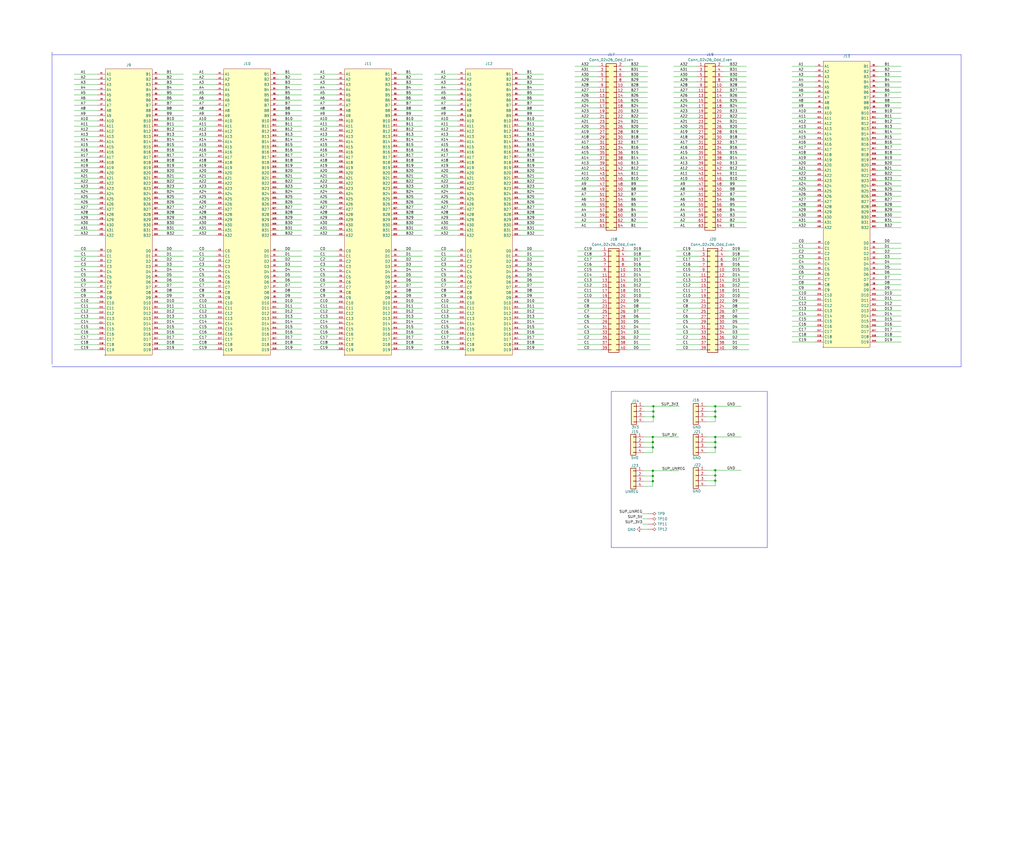
<source format=kicad_sch>
(kicad_sch (version 20250114) (generator "eeschema") (generator_version "9.0")
  (paper "User" 499.999 419.989)
  (title_block (title "VST104 flat-sat") (date "2020-09-14") (rev "1.1") (company "VisionSpace Technologies"))
  (junction (at 318.77 218.44))
  (junction (at 318.77 215.9))
  (junction (at 319.024 198.374))
  (junction (at 349.25 203.454))
  (junction (at 349.25 218.44))
  (junction (at 349.25 234.696))
  (junction (at 319.024 200.914))
  (junction (at 349.25 198.374))
  (junction (at 349.25 229.616))
  (junction (at 318.77 229.87))
  (junction (at 349.25 213.36))
  (junction (at 349.25 200.914))
  (junction (at 318.77 234.95))
  (junction (at 318.77 213.36))
  (junction (at 349.25 232.156))
  (junction (at 318.77 232.41))
  (junction (at 319.024 203.454))
  (junction (at 349.25 215.9))
  (no_connect (at 632.46 -85.09))
  (wire (pts (xy 428.625 83.185) (xy 440.055 83.185)))
  (wire (pts (xy 314.579 198.374) (xy 319.024 198.374)))
  (wire (pts (xy 330.2 165.735) (xy 341.63 165.735)))
  (wire (pts (xy 153.035 140.335) (xy 164.465 140.335)))
  (wire (pts (xy 304.8 55.245) (xy 316.23 55.245)))
  (wire (pts (xy 194.945 41.275) (xy 206.375 41.275)))
  (wire (pts (xy 319.024 200.914) (xy 319.024 198.374)))
  (wire (pts (xy 93.98 102.235) (xy 105.41 102.235)))
  (wire (pts (xy 78.105 66.675) (xy 89.535 66.675)))
  (polyline (pts (xy 374.65 267.335) (xy 298.45 267.335)))
  (wire (pts (xy 304.8 65.405) (xy 316.23 65.405)))
  (wire (pts (xy 254 127.635) (xy 265.43 127.635)))
  (wire (pts (xy 36.195 147.955) (xy 47.625 147.955)))
  (wire (pts (xy 93.98 127.635) (xy 105.41 127.635)))
  (wire (pts (xy 353.06 90.805) (xy 364.49 90.805)))
  (wire (pts (xy 254 56.515) (xy 265.43 56.515)))
  (wire (pts (xy 386.715 149.225) (xy 398.145 149.225)))
  (wire (pts (xy 304.8 47.625) (xy 316.23 47.625)))
  (wire (pts (xy 36.195 132.715) (xy 47.625 132.715)))
  (wire (pts (xy 304.8 37.465) (xy 316.23 37.465)))
  (wire (pts (xy 254 74.295) (xy 265.43 74.295)))
  (wire (pts (xy 328.93 100.965) (xy 340.36 100.965)))
  (wire (pts (xy 328.93 55.245) (xy 340.36 55.245)))
  (wire (pts (xy 194.945 112.395) (xy 206.375 112.395)))
  (wire (pts (xy 353.06 75.565) (xy 364.49 75.565)))
  (wire (pts (xy 78.105 130.175) (xy 89.535 130.175)))
  (wire (pts (xy 353.06 93.345) (xy 364.49 93.345)))
  (wire (pts (xy 281.94 150.495) (xy 293.37 150.495)))
  (wire (pts (xy 78.105 168.275) (xy 89.535 168.275)))
  (wire (pts (xy 212.09 92.075) (xy 223.52 92.075)))
  (wire (pts (xy 93.98 56.515) (xy 105.41 56.515)))
  (wire (pts (xy 428.625 65.405) (xy 440.055 65.405)))
  (wire (pts (xy 353.06 52.705) (xy 364.49 52.705)))
  (wire (pts (xy 212.09 41.275) (xy 223.52 41.275)))
  (wire (pts (xy 254 46.355) (xy 265.43 46.355)))
  (wire (pts (xy 353.06 100.965) (xy 364.49 100.965)))
  (wire (pts (xy 330.2 163.195) (xy 341.63 163.195)))
  (wire (pts (xy 212.09 71.755) (xy 223.52 71.755)))
  (wire (pts (xy 428.625 98.425) (xy 440.055 98.425)))
  (wire (pts (xy 212.09 145.415) (xy 223.52 145.415)))
  (wire (pts (xy 386.715 62.865) (xy 398.145 62.865)))
  (wire (pts (xy 135.89 59.055) (xy 147.32 59.055)))
  (wire (pts (xy 280.67 80.645) (xy 292.1 80.645)))
  (wire (pts (xy 78.105 51.435) (xy 89.535 51.435)))
  (wire (pts (xy 330.2 145.415) (xy 341.63 145.415)))
  (wire (pts (xy 135.89 114.935) (xy 147.32 114.935)))
  (wire (pts (xy 328.93 93.345) (xy 340.36 93.345)))
  (wire (pts (xy 212.09 150.495) (xy 223.52 150.495)))
  (wire (pts (xy 93.98 59.055) (xy 105.41 59.055)))
  (wire (pts (xy 93.98 51.435) (xy 105.41 51.435)))
  (wire (pts (xy 36.195 125.095) (xy 47.625 125.095)))
  (wire (pts (xy 194.945 104.775) (xy 206.375 104.775)))
  (wire (pts (xy 349.25 200.914) (xy 349.25 198.374)))
  (wire (pts (xy 212.09 158.115) (xy 223.52 158.115)))
  (wire (pts (xy 135.89 61.595) (xy 147.32 61.595)))
  (wire (pts (xy 386.715 103.505) (xy 398.145 103.505)))
  (wire (pts (xy 281.94 130.175) (xy 293.37 130.175)))
  (wire (pts (xy 354.33 163.195) (xy 365.76 163.195)))
  (wire (pts (xy 386.715 100.965) (xy 398.145 100.965)))
  (wire (pts (xy 93.98 86.995) (xy 105.41 86.995)))
  (wire (pts (xy 254 79.375) (xy 265.43 79.375)))
  (wire (pts (xy 78.105 145.415) (xy 89.535 145.415)))
  (wire (pts (xy 386.715 161.925) (xy 398.145 161.925)))
  (wire (pts (xy 78.105 81.915) (xy 89.535 81.915)))
  (wire (pts (xy 36.195 158.115) (xy 47.625 158.115)))
  (wire (pts (xy 78.105 46.355) (xy 89.535 46.355)))
  (wire (pts (xy 93.98 36.195) (xy 105.41 36.195)))
  (wire (pts (xy 194.945 155.575) (xy 206.375 155.575)))
  (wire (pts (xy 304.8 90.805) (xy 316.23 90.805)))
  (wire (pts (xy 135.89 168.275) (xy 147.32 168.275)))
  (wire (pts (xy 353.06 111.125) (xy 364.49 111.125)))
  (wire (pts (xy 78.105 86.995) (xy 89.535 86.995)))
  (wire (pts (xy 153.035 79.375) (xy 164.465 79.375)))
  (wire (pts (xy 194.945 147.955) (xy 206.375 147.955)))
  (wire (pts (xy 428.625 34.925) (xy 440.055 34.925)))
  (wire (pts (xy 93.98 122.555) (xy 105.41 122.555)))
  (wire (pts (xy 93.98 97.155) (xy 105.41 97.155)))
  (wire (pts (xy 306.07 142.875) (xy 317.5 142.875)))
  (wire (pts (xy 135.89 107.315) (xy 147.32 107.315)))
  (wire (pts (xy 153.035 114.935) (xy 164.465 114.935)))
  (wire (pts (xy 428.625 123.825) (xy 440.055 123.825)))
  (wire (pts (xy 328.93 80.645) (xy 340.36 80.645)))
  (wire (pts (xy 304.8 42.545) (xy 316.23 42.545)))
  (wire (pts (xy 93.98 142.875) (xy 105.41 142.875)))
  (wire (pts (xy 349.25 232.156) (xy 349.25 229.616)))
  (wire (pts (xy 306.07 153.035) (xy 317.5 153.035)))
  (wire (pts (xy 328.93 32.385) (xy 340.36 32.385)))
  (wire (pts (xy 280.67 111.125) (xy 292.1 111.125)))
  (wire (pts (xy 386.715 123.825) (xy 398.145 123.825)))
  (wire (pts (xy 281.94 163.195) (xy 293.37 163.195)))
  (wire (pts (xy 153.035 41.275) (xy 164.465 41.275)))
  (wire (pts (xy 36.195 142.875) (xy 47.625 142.875)))
  (wire (pts (xy 281.94 153.035) (xy 293.37 153.035)))
  (wire (pts (xy 194.945 36.195) (xy 206.375 36.195)))
  (wire (pts (xy 353.06 37.465) (xy 364.49 37.465)))
  (wire (pts (xy 212.09 56.515) (xy 223.52 56.515)))
  (wire (pts (xy 353.06 108.585) (xy 364.49 108.585)))
  (wire (pts (xy 314.579 203.454) (xy 319.024 203.454)))
  (wire (pts (xy 212.09 102.235) (xy 223.52 102.235)))
  (wire (pts (xy 93.98 69.215) (xy 105.41 69.215)))
  (wire (pts (xy 254 112.395) (xy 265.43 112.395)))
  (wire (pts (xy 194.945 137.795) (xy 206.375 137.795)))
  (wire (pts (xy 353.06 83.185) (xy 364.49 83.185)))
  (wire (pts (xy 153.035 64.135) (xy 164.465 64.135)))
  (wire (pts (xy 212.09 99.695) (xy 223.52 99.695)))
  (wire (pts (xy 212.09 127.635) (xy 223.52 127.635)))
  (wire (pts (xy 304.8 75.565) (xy 316.23 75.565)))
  (wire (pts (xy 93.98 38.735) (xy 105.41 38.735)))
  (wire (pts (xy 349.25 203.454) (xy 349.25 200.914)))
  (wire (pts (xy 306.07 125.095) (xy 317.5 125.095)))
  (wire (pts (xy 153.035 150.495) (xy 164.465 150.495)))
  (wire (pts (xy 306.07 132.715) (xy 317.5 132.715)))
  (wire (pts (xy 36.195 153.035) (xy 47.625 153.035)))
  (wire (pts (xy 135.89 112.395) (xy 147.32 112.395)))
  (wire (pts (xy 386.715 146.685) (xy 398.145 146.685)))
  (wire (pts (xy 135.89 41.275) (xy 147.32 41.275)))
  (wire (pts (xy 153.035 168.275) (xy 164.465 168.275)))
  (wire (pts (xy 349.25 198.374) (xy 361.95 198.374)))
  (wire (pts (xy 135.89 71.755) (xy 147.32 71.755)))
  (wire (pts (xy 254 160.655) (xy 265.43 160.655)))
  (wire (pts (xy 386.715 55.245) (xy 398.145 55.245)))
  (wire (pts (xy 212.09 94.615) (xy 223.52 94.615)))
  (wire (pts (xy 314.325 234.95) (xy 318.77 234.95)))
  (wire (pts (xy 254 48.895) (xy 265.43 48.895)))
  (wire (pts (xy 212.09 104.775) (xy 223.52 104.775)))
  (wire (pts (xy 212.09 66.675) (xy 223.52 66.675)))
  (wire (pts (xy 386.715 156.845) (xy 398.145 156.845)))
  (wire (pts (xy 386.715 159.385) (xy 398.145 159.385)))
  (wire (pts (xy 428.625 75.565) (xy 440.055 75.565)))
  (wire (pts (xy 314.325 229.87) (xy 318.77 229.87)))
  (wire (pts (xy 280.67 78.105) (xy 292.1 78.105)))
  (wire (pts (xy 78.105 137.795) (xy 89.535 137.795)))
  (wire (pts (xy 354.33 160.655) (xy 365.76 160.655)))
  (wire (pts (xy 281.94 125.095) (xy 293.37 125.095)))
  (wire (pts (xy 280.67 88.265) (xy 292.1 88.265)))
  (wire (pts (xy 135.89 163.195) (xy 147.32 163.195)))
  (wire (pts (xy 353.06 70.485) (xy 364.49 70.485)))
  (wire (pts (xy 93.98 66.675) (xy 105.41 66.675)))
  (wire (pts (xy 135.89 48.895) (xy 147.32 48.895)))
  (wire (pts (xy 254 125.095) (xy 265.43 125.095)))
  (wire (pts (xy 93.98 137.795) (xy 105.41 137.795)))
  (wire (pts (xy 212.09 130.175) (xy 223.52 130.175)))
  (wire (pts (xy 194.945 160.655) (xy 206.375 160.655)))
  (wire (pts (xy 353.06 67.945) (xy 364.49 67.945)))
  (wire (pts (xy 153.035 142.875) (xy 164.465 142.875)))
  (wire (pts (xy 78.105 61.595) (xy 89.535 61.595)))
  (wire (pts (xy 254 41.275) (xy 265.43 41.275)))
  (wire (pts (xy 281.94 168.275) (xy 293.37 168.275)))
  (wire (pts (xy 281.94 132.715) (xy 293.37 132.715)))
  (wire (pts (xy 280.67 57.785) (xy 292.1 57.785)))
  (wire (pts (xy 212.09 122.555) (xy 223.52 122.555)))
  (wire (pts (xy 36.195 51.435) (xy 47.625 51.435)))
  (wire (pts (xy 328.93 34.925) (xy 340.36 34.925)))
  (wire (pts (xy 386.715 70.485) (xy 398.145 70.485)))
  (wire (pts (xy 36.195 71.755) (xy 47.625 71.755)))
  (wire (pts (xy 428.625 161.925) (xy 440.055 161.925)))
  (wire (pts (xy 212.09 69.215) (xy 223.52 69.215)))
  (wire (pts (xy 93.98 107.315) (xy 105.41 107.315)))
  (wire (pts (xy 135.89 130.175) (xy 147.32 130.175)))
  (wire (pts (xy 153.035 155.575) (xy 164.465 155.575)))
  (wire (pts (xy 280.67 103.505) (xy 292.1 103.505)))
  (wire (pts (xy 153.035 112.395) (xy 164.465 112.395)))
  (wire (pts (xy 78.105 114.935) (xy 89.535 114.935)))
  (wire (pts (xy 194.945 109.855) (xy 206.375 109.855)))
  (wire (pts (xy 428.625 126.365) (xy 440.055 126.365)))
  (wire (pts (xy 194.945 74.295) (xy 206.375 74.295)))
  (wire (pts (xy 281.94 155.575) (xy 293.37 155.575)))
  (wire (pts (xy 304.8 50.165) (xy 316.23 50.165)))
  (wire (pts (xy 386.715 34.925) (xy 398.145 34.925)))
  (wire (pts (xy 153.035 97.155) (xy 164.465 97.155)))
  (wire (pts (xy 254 64.135) (xy 265.43 64.135)))
  (wire (pts (xy 36.195 74.295) (xy 47.625 74.295)))
  (wire (pts (xy 194.945 53.975) (xy 206.375 53.975)))
  (wire (pts (xy 36.195 102.235) (xy 47.625 102.235)))
  (wire (pts (xy 153.035 81.915) (xy 164.465 81.915)))
  (wire (pts (xy 93.98 41.275) (xy 105.41 41.275)))
  (wire (pts (xy 304.8 95.885) (xy 316.23 95.885)))
  (wire (pts (xy 194.945 170.815) (xy 206.375 170.815)))
  (wire (pts (xy 194.945 140.335) (xy 206.375 140.335)))
  (wire (pts (xy 78.105 107.315) (xy 89.535 107.315)))
  (wire (pts (xy 194.945 64.135) (xy 206.375 64.135)))
  (wire (pts (xy 254 140.335) (xy 265.43 140.335)))
  (wire (pts (xy 254 59.055) (xy 265.43 59.055)))
  (wire (pts (xy 194.945 56.515) (xy 206.375 56.515)))
  (wire (pts (xy 354.33 140.335) (xy 365.76 140.335)))
  (wire (pts (xy 93.98 114.935) (xy 105.41 114.935)))
  (wire (pts (xy 153.035 132.715) (xy 164.465 132.715)))
  (wire (pts (xy 280.67 50.165) (xy 292.1 50.165)))
  (wire (pts (xy 93.98 46.355) (xy 105.41 46.355)))
  (wire (pts (xy 280.67 83.185) (xy 292.1 83.185)))
  (wire (pts (xy 93.98 160.655) (xy 105.41 160.655)))
  (wire (pts (xy 93.98 48.895) (xy 105.41 48.895)))
  (wire (pts (xy 304.8 106.045) (xy 316.23 106.045)))
  (wire (pts (xy 254 86.995) (xy 265.43 86.995)))
  (wire (pts (xy 153.035 86.995) (xy 164.465 86.995)))
  (wire (pts (xy 254 94.615) (xy 265.43 94.615)))
  (wire (pts (xy 319.024 198.374) (xy 331.724 198.374)))
  (wire (pts (xy 36.195 122.555) (xy 47.625 122.555)))
  (wire (pts (xy 428.625 88.265) (xy 440.055 88.265)))
  (wire (pts (xy 135.89 132.715) (xy 147.32 132.715)))
  (wire (pts (xy 304.8 52.705) (xy 316.23 52.705)))
  (wire (pts (xy 349.25 234.696) (xy 349.25 232.156)))
  (wire (pts (xy 36.195 92.075) (xy 47.625 92.075)))
  (wire (pts (xy 93.98 71.755) (xy 105.41 71.755)))
  (wire (pts (xy 313.69 258.445) (xy 316.23 258.445)))
  (wire (pts (xy 78.105 109.855) (xy 89.535 109.855)))
  (wire (pts (xy 386.715 126.365) (xy 398.145 126.365)))
  (wire (pts (xy 349.25 215.9) (xy 349.25 213.36)))
  (wire (pts (xy 354.33 127.635) (xy 365.76 127.635)))
  (wire (pts (xy 386.715 144.145) (xy 398.145 144.145)))
  (wire (pts (xy 304.8 83.185) (xy 316.23 83.185)))
  (wire (pts (xy 386.715 37.465) (xy 398.145 37.465)))
  (wire (pts (xy 386.715 88.265) (xy 398.145 88.265)))
  (wire (pts (xy 306.07 158.115) (xy 317.5 158.115)))
  (wire (pts (xy 349.25 220.98) (xy 349.25 218.44)))
  (wire (pts (xy 280.67 95.885) (xy 292.1 95.885)))
  (wire (pts (xy 353.06 60.325) (xy 364.49 60.325)))
  (wire (pts (xy 153.035 170.815) (xy 164.465 170.815)))
  (wire (pts (xy 344.805 232.156) (xy 349.25 232.156)))
  (wire (pts (xy 344.805 229.616) (xy 349.25 229.616)))
  (wire (pts (xy 153.035 153.035) (xy 164.465 153.035)))
  (wire (pts (xy 428.625 154.305) (xy 440.055 154.305)))
  (wire (pts (xy 93.98 158.115) (xy 105.41 158.115)))
  (wire (pts (xy 428.625 139.065) (xy 440.055 139.065)))
  (wire (pts (xy 212.09 76.835) (xy 223.52 76.835)))
  (wire (pts (xy 386.715 52.705) (xy 398.145 52.705)))
  (wire (pts (xy 194.945 127.635) (xy 206.375 127.635)))
  (wire (pts (xy 212.09 59.055) (xy 223.52 59.055)))
  (wire (pts (xy 135.89 38.735) (xy 147.32 38.735)))
  (wire (pts (xy 36.195 81.915) (xy 47.625 81.915)))
  (wire (pts (xy 78.105 127.635) (xy 89.535 127.635)))
  (wire (pts (xy 313.69 253.365) (xy 316.23 253.365)))
  (wire (pts (xy 353.06 45.085) (xy 364.49 45.085)))
  (wire (pts (xy 328.93 70.485) (xy 340.36 70.485)))
  (wire (pts (xy 304.8 57.785) (xy 316.23 57.785)))
  (wire (pts (xy 304.8 62.865) (xy 316.23 62.865)))
  (wire (pts (xy 353.06 98.425) (xy 364.49 98.425)))
  (wire (pts (xy 93.98 145.415) (xy 105.41 145.415)))
  (wire (pts (xy 36.195 165.735) (xy 47.625 165.735)))
  (wire (pts (xy 353.06 55.245) (xy 364.49 55.245)))
  (wire (pts (xy 328.93 85.725) (xy 340.36 85.725)))
  (wire (pts (xy 318.77 234.95) (xy 318.77 237.49)))
  (wire (pts (xy 36.195 79.375) (xy 47.625 79.375)))
  (polyline (pts (xy 374.65 191.135) (xy 374.65 267.335)))
  (wire (pts (xy 36.195 137.795) (xy 47.625 137.795)))
  (wire (pts (xy 194.945 132.715) (xy 206.375 132.715)))
  (wire (pts (xy 386.715 118.745) (xy 398.145 118.745)))
  (wire (pts (xy 36.195 59.055) (xy 47.625 59.055)))
  (wire (pts (xy 306.07 140.335) (xy 317.5 140.335)))
  (wire (pts (xy 254 76.835) (xy 265.43 76.835)))
  (wire (pts (xy 306.07 137.795) (xy 317.5 137.795)))
  (wire (pts (xy 354.33 145.415) (xy 365.76 145.415)))
  (wire (pts (xy 280.67 67.945) (xy 292.1 67.945)))
  (wire (pts (xy 353.06 85.725) (xy 364.49 85.725)))
  (wire (pts (xy 135.89 150.495) (xy 147.32 150.495)))
  (wire (pts (xy 93.98 84.455) (xy 105.41 84.455)))
  (wire (pts (xy 314.325 232.41) (xy 318.77 232.41)))
  (wire (pts (xy 428.625 118.745) (xy 440.055 118.745)))
  (wire (pts (xy 386.715 139.065) (xy 398.145 139.065)))
  (wire (pts (xy 386.715 167.005) (xy 398.145 167.005)))
  (wire (pts (xy 280.67 47.625) (xy 292.1 47.625)))
  (wire (pts (xy 428.625 167.005) (xy 440.055 167.005)))
  (wire (pts (xy 281.94 160.655) (xy 293.37 160.655)))
  (wire (pts (xy 194.945 165.735) (xy 206.375 165.735)))
  (wire (pts (xy 78.105 135.255) (xy 89.535 135.255)))
  (wire (pts (xy 194.945 92.075) (xy 206.375 92.075)))
  (wire (pts (xy 328.93 65.405) (xy 340.36 65.405)))
  (wire (pts (xy 428.625 149.225) (xy 440.055 149.225)))
  (wire (pts (xy 280.67 45.085) (xy 292.1 45.085)))
  (wire (pts (xy 212.09 53.975) (xy 223.52 53.975)))
  (wire (pts (xy 135.89 104.775) (xy 147.32 104.775)))
  (wire (pts (xy 281.94 147.955) (xy 293.37 147.955)))
  (wire (pts (xy 153.035 56.515) (xy 164.465 56.515)))
  (wire (pts (xy 212.09 142.875) (xy 223.52 142.875)))
  (wire (pts (xy 194.945 66.675) (xy 206.375 66.675)))
  (wire (pts (xy 135.89 94.615) (xy 147.32 94.615)))
  (wire (pts (xy 135.89 76.835) (xy 147.32 76.835)))
  (wire (pts (xy 36.195 109.855) (xy 47.625 109.855)))
  (wire (pts (xy 386.715 108.585) (xy 398.145 108.585)))
  (wire (pts (xy 328.93 62.865) (xy 340.36 62.865)))
  (wire (pts (xy 78.105 160.655) (xy 89.535 160.655)))
  (wire (pts (xy 93.98 99.695) (xy 105.41 99.695)))
  (wire (pts (xy 304.8 98.425) (xy 316.23 98.425)))
  (wire (pts (xy 354.33 155.575) (xy 365.76 155.575)))
  (wire (pts (xy 428.625 42.545) (xy 440.055 42.545)))
  (wire (pts (xy 36.195 69.215) (xy 47.625 69.215)))
  (wire (pts (xy 194.945 48.895) (xy 206.375 48.895)))
  (wire (pts (xy 93.98 74.295) (xy 105.41 74.295)))
  (wire (pts (xy 280.67 60.325) (xy 292.1 60.325)))
  (wire (pts (xy 78.105 59.055) (xy 89.535 59.055)))
  (wire (pts (xy 354.33 122.555) (xy 365.76 122.555)))
  (wire (pts (xy 386.715 65.405) (xy 398.145 65.405)))
  (polyline (pts (xy 25.4 26.67) (xy 469.265 26.67)))
  (wire (pts (xy 281.94 142.875) (xy 293.37 142.875)))
  (wire (pts (xy 153.035 122.555) (xy 164.465 122.555)))
  (wire (pts (xy 428.625 47.625) (xy 440.055 47.625)))
  (wire (pts (xy 280.67 85.725) (xy 292.1 85.725)))
  (wire (pts (xy 194.945 153.035) (xy 206.375 153.035)))
  (wire (pts (xy 36.195 84.455) (xy 47.625 84.455)))
  (wire (pts (xy 93.98 53.975) (xy 105.41 53.975)))
  (wire (pts (xy 135.89 170.815) (xy 147.32 170.815)))
  (wire (pts (xy 386.715 106.045) (xy 398.145 106.045)))
  (wire (pts (xy 36.195 114.935) (xy 47.625 114.935)))
  (wire (pts (xy 78.105 41.275) (xy 89.535 41.275)))
  (polyline (pts (xy 298.45 191.135) (xy 374.65 191.135)))
  (wire (pts (xy 349.25 229.616) (xy 361.95 229.616)))
  (wire (pts (xy 344.805 200.914) (xy 349.25 200.914)))
  (wire (pts (xy 386.715 40.005) (xy 398.145 40.005)))
  (wire (pts (xy 428.625 108.585) (xy 440.055 108.585)))
  (wire (pts (xy 93.98 81.915) (xy 105.41 81.915)))
  (wire (pts (xy 353.06 88.265) (xy 364.49 88.265)))
  (wire (pts (xy 314.325 213.36) (xy 318.77 213.36)))
  (wire (pts (xy 254 170.815) (xy 265.43 170.815)))
  (wire (pts (xy 36.195 163.195) (xy 47.625 163.195)))
  (wire (pts (xy 153.035 48.895) (xy 164.465 48.895)))
  (wire (pts (xy 354.33 147.955) (xy 365.76 147.955)))
  (wire (pts (xy 135.89 56.515) (xy 147.32 56.515)))
  (wire (pts (xy 280.67 52.705) (xy 292.1 52.705)))
  (polyline (pts (xy 25.4 177.8) (xy 25.4 25.4)))
  (wire (pts (xy 280.67 40.005) (xy 292.1 40.005)))
  (wire (pts (xy 78.105 97.155) (xy 89.535 97.155)))
  (wire (pts (xy 281.94 122.555) (xy 293.37 122.555)))
  (wire (pts (xy 78.105 92.075) (xy 89.535 92.075)))
  (wire (pts (xy 349.25 213.36) (xy 361.95 213.36)))
  (wire (pts (xy 386.715 83.185) (xy 398.145 83.185)))
  (wire (pts (xy 330.2 158.115) (xy 341.63 158.115)))
  (wire (pts (xy 135.89 43.815) (xy 147.32 43.815)))
  (wire (pts (xy 306.07 130.175) (xy 317.5 130.175)))
  (wire (pts (xy 93.98 140.335) (xy 105.41 140.335)))
  (wire (pts (xy 428.625 131.445) (xy 440.055 131.445)))
  (wire (pts (xy 254 51.435) (xy 265.43 51.435)))
  (wire (pts (xy 428.625 67.945) (xy 440.055 67.945)))
  (wire (pts (xy 328.93 108.585) (xy 340.36 108.585)))
  (wire (pts (xy 194.945 69.215) (xy 206.375 69.215)))
  (wire (pts (xy 306.07 160.655) (xy 317.5 160.655)))
  (wire (pts (xy 428.625 111.125) (xy 440.055 111.125)))
  (wire (pts (xy 194.945 38.735) (xy 206.375 38.735)))
  (wire (pts (xy 318.77 213.36) (xy 318.77 215.9)))
  (wire (pts (xy 135.89 53.975) (xy 147.32 53.975)))
  (wire (pts (xy 313.69 255.905) (xy 316.23 255.905)))
  (wire (pts (xy 306.07 122.555) (xy 317.5 122.555)))
  (wire (pts (xy 353.06 32.385) (xy 364.49 32.385)))
  (wire (pts (xy 36.195 170.815) (xy 47.625 170.815)))
  (wire (pts (xy 330.2 132.715) (xy 341.63 132.715)))
  (wire (pts (xy 428.625 159.385) (xy 440.055 159.385)))
  (wire (pts (xy 354.33 130.175) (xy 365.76 130.175)))
  (wire (pts (xy 153.035 84.455) (xy 164.465 84.455)))
  (wire (pts (xy 281.94 165.735) (xy 293.37 165.735)))
  (wire (pts (xy 428.625 164.465) (xy 440.055 164.465)))
  (wire (pts (xy 344.805 198.374) (xy 349.25 198.374)))
  (wire (pts (xy 280.67 62.865) (xy 292.1 62.865)))
  (wire (pts (xy 306.07 163.195) (xy 317.5 163.195)))
  (wire (pts (xy 319.024 203.454) (xy 319.024 200.914)))
  (wire (pts (xy 353.06 103.505) (xy 364.49 103.505)))
  (wire (pts (xy 212.09 147.955) (xy 223.52 147.955)))
  (wire (pts (xy 318.77 229.87) (xy 318.77 232.41)))
  (wire (pts (xy 78.105 74.295) (xy 89.535 74.295)))
  (wire (pts (xy 153.035 160.655) (xy 164.465 160.655)))
  (wire (pts (xy 281.94 170.815) (xy 293.37 170.815)))
  (wire (pts (xy 328.93 88.265) (xy 340.36 88.265)))
  (wire (pts (xy 280.67 98.425) (xy 292.1 98.425)))
  (wire (pts (xy 135.89 109.855) (xy 147.32 109.855)))
  (wire (pts (xy 135.89 153.035) (xy 147.32 153.035)))
  (wire (pts (xy 314.325 220.98) (xy 318.77 220.98)))
  (wire (pts (xy 254 122.555) (xy 265.43 122.555)))
  (wire (pts (xy 254 99.695) (xy 265.43 99.695)))
  (wire (pts (xy 428.625 85.725) (xy 440.055 85.725)))
  (wire (pts (xy 254 104.775) (xy 265.43 104.775)))
  (wire (pts (xy 428.625 106.045) (xy 440.055 106.045)))
  (polyline (pts (xy 469.265 179.07) (xy 25.4 179.07)))
  (wire (pts (xy 36.195 43.815) (xy 47.625 43.815)))
  (wire (pts (xy 93.98 92.075) (xy 105.41 92.075)))
  (wire (pts (xy 135.89 158.115) (xy 147.32 158.115)))
  (wire (pts (xy 313.69 250.825) (xy 316.23 250.825)))
  (wire (pts (xy 386.715 80.645) (xy 398.145 80.645)))
  (wire (pts (xy 344.805 237.236) (xy 349.25 237.236)))
  (wire (pts (xy 78.105 132.715) (xy 89.535 132.715)))
  (wire (pts (xy 153.035 104.775) (xy 164.465 104.775)))
  (wire (pts (xy 153.035 61.595) (xy 164.465 61.595)))
  (wire (pts (xy 78.105 84.455) (xy 89.535 84.455)))
  (wire (pts (xy 254 168.275) (xy 265.43 168.275)))
  (wire (pts (xy 194.945 43.815) (xy 206.375 43.815)))
  (wire (pts (xy 280.67 65.405) (xy 292.1 65.405)))
  (wire (pts (xy 330.2 150.495) (xy 341.63 150.495)))
  (wire (pts (xy 353.06 40.005) (xy 364.49 40.005)))
  (wire (pts (xy 36.195 112.395) (xy 47.625 112.395)))
  (wire (pts (xy 281.94 137.795) (xy 293.37 137.795)))
  (wire (pts (xy 354.33 153.035) (xy 365.76 153.035)))
  (wire (pts (xy 281.94 158.115) (xy 293.37 158.115)))
  (wire (pts (xy 212.09 84.455) (xy 223.52 84.455)))
  (wire (pts (xy 153.035 59.055) (xy 164.465 59.055)))
  (wire (pts (xy 344.805 218.44) (xy 349.25 218.44)))
  (wire (pts (xy 330.2 142.875) (xy 341.63 142.875)))
  (wire (pts (xy 93.98 104.775) (xy 105.41 104.775)))
  (wire (pts (xy 194.945 51.435) (xy 206.375 51.435)))
  (wire (pts (xy 212.09 64.135) (xy 223.52 64.135)))
  (wire (pts (xy 330.2 125.095) (xy 341.63 125.095)))
  (wire (pts (xy 78.105 89.535) (xy 89.535 89.535)))
  (wire (pts (xy 194.945 86.995) (xy 206.375 86.995)))
  (wire (pts (xy 153.035 43.815) (xy 164.465 43.815)))
  (wire (pts (xy 328.93 57.785) (xy 340.36 57.785)))
  (wire (pts (xy 314.579 205.994) (xy 319.024 205.994)))
  (wire (pts (xy 254 132.715) (xy 265.43 132.715)))
  (wire (pts (xy 194.945 102.235) (xy 206.375 102.235)))
  (wire (pts (xy 135.89 142.875) (xy 147.32 142.875)))
  (wire (pts (xy 428.625 37.465) (xy 440.055 37.465)))
  (wire (pts (xy 428.625 146.685) (xy 440.055 146.685)))
  (wire (pts (xy 349.25 237.236) (xy 349.25 234.696)))
  (wire (pts (xy 153.035 46.355) (xy 164.465 46.355)))
  (wire (pts (xy 254 66.675) (xy 265.43 66.675)))
  (wire (pts (xy 280.67 75.565) (xy 292.1 75.565)))
  (wire (pts (xy 212.09 153.035) (xy 223.52 153.035)))
  (wire (pts (xy 280.67 70.485) (xy 292.1 70.485)))
  (wire (pts (xy 386.715 131.445) (xy 398.145 131.445)))
  (wire (pts (xy 353.06 42.545) (xy 364.49 42.545)))
  (wire (pts (xy 254 84.455) (xy 265.43 84.455)))
  (wire (pts (xy 194.945 59.055) (xy 206.375 59.055)))
  (wire (pts (xy 349.25 205.994) (xy 349.25 203.454)))
  (wire (pts (xy 386.715 93.345) (xy 398.145 93.345)))
  (wire (pts (xy 78.105 158.115) (xy 89.535 158.115)))
  (wire (pts (xy 36.195 145.415) (xy 47.625 145.415)))
  (wire (pts (xy 386.715 73.025) (xy 398.145 73.025)))
  (wire (pts (xy 153.035 163.195) (xy 164.465 163.195)))
  (wire (pts (xy 78.105 153.035) (xy 89.535 153.035)))
  (wire (pts (xy 78.105 71.755) (xy 89.535 71.755)))
  (wire (pts (xy 328.93 83.185) (xy 340.36 83.185)))
  (wire (pts (xy 78.105 142.875) (xy 89.535 142.875)))
  (wire (pts (xy 36.195 160.655) (xy 47.625 160.655)))
  (wire (pts (xy 328.93 75.565) (xy 340.36 75.565)))
  (wire (pts (xy 135.89 165.735) (xy 147.32 165.735)))
  (wire (pts (xy 93.98 64.135) (xy 105.41 64.135)))
  (wire (pts (xy 93.98 61.595) (xy 105.41 61.595)))
  (wire (pts (xy 306.07 145.415) (xy 317.5 145.415)))
  (wire (pts (xy 304.8 93.345) (xy 316.23 93.345)))
  (wire (pts (xy 254 36.195) (xy 265.43 36.195)))
  (wire (pts (xy 212.09 97.155) (xy 223.52 97.155)))
  (wire (pts (xy 135.89 127.635) (xy 147.32 127.635)))
  (wire (pts (xy 93.98 170.815) (xy 105.41 170.815)))
  (wire (pts (xy 194.945 61.595) (xy 206.375 61.595)))
  (wire (pts (xy 281.94 127.635) (xy 293.37 127.635)))
  (wire (pts (xy 328.93 45.085) (xy 340.36 45.085)))
  (wire (pts (xy 194.945 81.915) (xy 206.375 81.915)))
  (wire (pts (xy 135.89 102.235) (xy 147.32 102.235)))
  (wire (pts (xy 135.89 135.255) (xy 147.32 135.255)))
  (wire (pts (xy 280.67 55.245) (xy 292.1 55.245)))
  (wire (pts (xy 93.98 168.275) (xy 105.41 168.275)))
  (wire (pts (xy 36.195 41.275) (xy 47.625 41.275)))
  (wire (pts (xy 93.98 163.195) (xy 105.41 163.195)))
  (wire (pts (xy 304.8 100.965) (xy 316.23 100.965)))
  (wire (pts (xy 153.035 109.855) (xy 164.465 109.855)))
  (wire (pts (xy 194.945 163.195) (xy 206.375 163.195)))
  (wire (pts (xy 254 155.575) (xy 265.43 155.575)))
  (wire (pts (xy 36.195 168.275) (xy 47.625 168.275)))
  (wire (pts (xy 353.06 50.165) (xy 364.49 50.165)))
  (wire (pts (xy 304.8 88.265) (xy 316.23 88.265)))
  (wire (pts (xy 135.89 86.995) (xy 147.32 86.995)))
  (wire (pts (xy 194.945 135.255) (xy 206.375 135.255)))
  (wire (pts (xy 212.09 114.935) (xy 223.52 114.935)))
  (wire (pts (xy 386.715 90.805) (xy 398.145 90.805)))
  (wire (pts (xy 428.625 55.245) (xy 440.055 55.245)))
  (wire (pts (xy 328.93 98.425) (xy 340.36 98.425)))
  (wire (pts (xy 153.035 137.795) (xy 164.465 137.795)))
  (wire (pts (xy 386.715 47.625) (xy 398.145 47.625)))
  (wire (pts (xy 212.09 36.195) (xy 223.52 36.195)))
  (wire (pts (xy 36.195 76.835) (xy 47.625 76.835)))
  (wire (pts (xy 135.89 46.355) (xy 147.32 46.355)))
  (wire (pts (xy 194.945 168.275) (xy 206.375 168.275)))
  (wire (pts (xy 428.625 57.785) (xy 440.055 57.785)))
  (wire (pts (xy 314.325 218.44) (xy 318.77 218.44)))
  (wire (pts (xy 212.09 43.815) (xy 223.52 43.815)))
  (wire (pts (xy 386.715 60.325) (xy 398.145 60.325)))
  (wire (pts (xy 428.625 73.025) (xy 440.055 73.025)))
  (wire (pts (xy 254 61.595) (xy 265.43 61.595)))
  (wire (pts (xy 306.07 127.635) (xy 317.5 127.635)))
  (wire (pts (xy 386.715 75.565) (xy 398.145 75.565)))
  (wire (pts (xy 254 89.535) (xy 265.43 89.535)))
  (wire (pts (xy 153.035 165.735) (xy 164.465 165.735)))
  (wire (pts (xy 254 153.035) (xy 265.43 153.035)))
  (wire (pts (xy 194.945 130.175) (xy 206.375 130.175)))
  (wire (pts (xy 328.93 37.465) (xy 340.36 37.465)))
  (wire (pts (xy 212.09 168.275) (xy 223.52 168.275)))
  (wire (pts (xy 353.06 62.865) (xy 364.49 62.865)))
  (wire (pts (xy 135.89 81.915) (xy 147.32 81.915)))
  (wire (pts (xy 428.625 95.885) (xy 440.055 95.885)))
  (wire (pts (xy 78.105 99.695) (xy 89.535 99.695)))
  (wire (pts (xy 314.325 215.9) (xy 318.77 215.9)))
  (wire (pts (xy 212.09 165.735) (xy 223.52 165.735)))
  (wire (pts (xy 78.105 147.955) (xy 89.535 147.955)))
  (wire (pts (xy 194.945 84.455) (xy 206.375 84.455)))
  (wire (pts (xy 78.105 125.095) (xy 89.535 125.095)))
  (wire (pts (xy 93.98 43.815) (xy 105.41 43.815)))
  (wire (pts (xy 318.77 213.36) (xy 331.47 213.36)))
  (wire (pts (xy 328.93 40.005) (xy 340.36 40.005)))
  (wire (pts (xy 135.89 97.155) (xy 147.32 97.155)))
  (wire (pts (xy 93.98 153.035) (xy 105.41 153.035)))
  (wire (pts (xy 212.09 38.735) (xy 223.52 38.735)))
  (wire (pts (xy 428.625 136.525) (xy 440.055 136.525)))
  (wire (pts (xy 254 102.235) (xy 265.43 102.235)))
  (wire (pts (xy 386.715 128.905) (xy 398.145 128.905)))
  (wire (pts (xy 194.945 158.115) (xy 206.375 158.115)))
  (wire (pts (xy 386.715 95.885) (xy 398.145 95.885)))
  (wire (pts (xy 353.06 106.045) (xy 364.49 106.045)))
  (wire (pts (xy 386.715 136.525) (xy 398.145 136.525)))
  (wire (pts (xy 153.035 51.435) (xy 164.465 51.435)))
  (wire (pts (xy 281.94 140.335) (xy 293.37 140.335)))
  (wire (pts (xy 78.105 64.135) (xy 89.535 64.135)))
  (wire (pts (xy 254 53.975) (xy 265.43 53.975)))
  (wire (pts (xy 135.89 160.655) (xy 147.32 160.655)))
  (wire (pts (xy 254 135.255) (xy 265.43 135.255)))
  (wire (pts (xy 212.09 160.655) (xy 223.52 160.655)))
  (wire (pts (xy 135.89 74.295) (xy 147.32 74.295)))
  (wire (pts (xy 36.195 127.635) (xy 47.625 127.635)))
  (wire (pts (xy 354.33 150.495) (xy 365.76 150.495)))
  (wire (pts (xy 319.024 205.994) (xy 319.024 203.454)))
  (wire (pts (xy 314.325 237.49) (xy 318.77 237.49)))
  (wire (pts (xy 306.07 170.815) (xy 317.5 170.815)))
  (wire (pts (xy 135.89 66.675) (xy 147.32 66.675)))
  (wire (pts (xy 428.625 151.765) (xy 440.055 151.765)))
  (wire (pts (xy 304.8 60.325) (xy 316.23 60.325)))
  (wire (pts (xy 280.67 34.925) (xy 292.1 34.925)))
  (wire (pts (xy 135.89 145.415) (xy 147.32 145.415)))
  (wire (pts (xy 304.8 34.925) (xy 316.23 34.925)))
  (wire (pts (xy 135.89 125.095) (xy 147.32 125.095)))
  (wire (pts (xy 135.89 84.455) (xy 147.32 84.455)))
  (wire (pts (xy 330.2 130.175) (xy 341.63 130.175)))
  (wire (pts (xy 135.89 89.535) (xy 147.32 89.535)))
  (wire (pts (xy 153.035 147.955) (xy 164.465 147.955)))
  (wire (pts (xy 36.195 36.195) (xy 47.625 36.195)))
  (wire (pts (xy 93.98 109.855) (xy 105.41 109.855)))
  (wire (pts (xy 212.09 170.815) (xy 223.52 170.815)))
  (wire (pts (xy 194.945 79.375) (xy 206.375 79.375)))
  (wire (pts (xy 153.035 127.635) (xy 164.465 127.635)))
  (wire (pts (xy 353.06 78.105) (xy 364.49 78.105)))
  (wire (pts (xy 93.98 147.955) (xy 105.41 147.955)))
  (wire (pts (xy 212.09 107.315) (xy 223.52 107.315)))
  (wire (pts (xy 78.105 56.515) (xy 89.535 56.515)))
  (wire (pts (xy 306.07 168.275) (xy 317.5 168.275)))
  (wire (pts (xy 36.195 48.895) (xy 47.625 48.895)))
  (wire (pts (xy 212.09 61.595) (xy 223.52 61.595)))
  (wire (pts (xy 330.2 160.655) (xy 341.63 160.655)))
  (wire (pts (xy 36.195 56.515) (xy 47.625 56.515)))
  (wire (pts (xy 428.625 62.865) (xy 440.055 62.865)))
  (polyline (pts (xy 469.265 26.67) (xy 469.265 179.07)))
  (wire (pts (xy 78.105 53.975) (xy 89.535 53.975)))
  (wire (pts (xy 254 109.855) (xy 265.43 109.855)))
  (wire (pts (xy 36.195 135.255) (xy 47.625 135.255)))
  (wire (pts (xy 428.625 128.905) (xy 440.055 128.905)))
  (wire (pts (xy 36.195 38.735) (xy 47.625 38.735)))
  (wire (pts (xy 254 142.875) (xy 265.43 142.875)))
  (wire (pts (xy 212.09 79.375) (xy 223.52 79.375)))
  (wire (pts (xy 78.105 69.215) (xy 89.535 69.215)))
  (wire (pts (xy 354.33 170.815) (xy 365.76 170.815)))
  (wire (pts (xy 428.625 78.105) (xy 440.055 78.105)))
  (wire (pts (xy 318.77 229.87) (xy 331.47 229.87)))
  (wire (pts (xy 344.805 234.696) (xy 349.25 234.696)))
  (wire (pts (xy 36.195 61.595) (xy 47.625 61.595)))
  (wire (pts (xy 135.89 147.955) (xy 147.32 147.955)))
  (wire (pts (xy 386.715 164.465) (xy 398.145 164.465)))
  (wire (pts (xy 254 69.215) (xy 265.43 69.215)))
  (wire (pts (xy 254 165.735) (xy 265.43 165.735)))
  (wire (pts (xy 318.77 232.41) (xy 318.77 234.95)))
  (wire (pts (xy 428.625 40.005) (xy 440.055 40.005)))
  (wire (pts (xy 194.945 94.615) (xy 206.375 94.615)))
  (wire (pts (xy 330.2 147.955) (xy 341.63 147.955)))
  (wire (pts (xy 318.77 215.9) (xy 318.77 218.44)))
  (wire (pts (xy 36.195 130.175) (xy 47.625 130.175)))
  (wire (pts (xy 254 71.755) (xy 265.43 71.755)))
  (wire (pts (xy 330.2 170.815) (xy 341.63 170.815)))
  (wire (pts (xy 328.93 106.045) (xy 340.36 106.045)))
  (wire (pts (xy 153.035 38.735) (xy 164.465 38.735)))
  (wire (pts (xy 280.67 93.345) (xy 292.1 93.345)))
  (wire (pts (xy 304.8 70.485) (xy 316.23 70.485)))
  (wire (pts (xy 280.67 37.465) (xy 292.1 37.465)))
  (wire (pts (xy 153.035 92.075) (xy 164.465 92.075)))
  (wire (pts (xy 78.105 102.235) (xy 89.535 102.235)))
  (wire (pts (xy 153.035 36.195) (xy 164.465 36.195)))
  (wire (pts (xy 212.09 163.195) (xy 223.52 163.195)))
  (wire (pts (xy 306.07 150.495) (xy 317.5 150.495)))
  (wire (pts (xy 36.195 66.675) (xy 47.625 66.675)))
  (wire (pts (xy 428.625 141.605) (xy 440.055 141.605)))
  (polyline (pts (xy 298.45 267.335) (xy 298.45 191.135)))
  (wire (pts (xy 212.09 137.795) (xy 223.52 137.795)))
  (wire (pts (xy 354.33 158.115) (xy 365.76 158.115)))
  (wire (pts (xy 212.09 74.295) (xy 223.52 74.295)))
  (wire (pts (xy 254 38.735) (xy 265.43 38.735)))
  (wire (pts (xy 254 107.315) (xy 265.43 107.315)))
  (wire (pts (xy 153.035 74.295) (xy 164.465 74.295)))
  (wire (pts (xy 36.195 97.155) (xy 47.625 97.155)))
  (wire (pts (xy 304.8 111.125) (xy 316.23 111.125)))
  (wire (pts (xy 194.945 125.095) (xy 206.375 125.095)))
  (wire (pts (xy 386.715 78.105) (xy 398.145 78.105)))
  (wire (pts (xy 344.805 203.454) (xy 349.25 203.454)))
  (wire (pts (xy 254 158.115) (xy 265.43 158.115)))
  (wire (pts (xy 153.035 102.235) (xy 164.465 102.235)))
  (wire (pts (xy 153.035 125.095) (xy 164.465 125.095)))
  (wire (pts (xy 306.07 165.735) (xy 317.5 165.735)))
  (wire (pts (xy 254 130.175) (xy 265.43 130.175)))
  (wire (pts (xy 281.94 135.255) (xy 293.37 135.255)))
  (wire (pts (xy 354.33 137.795) (xy 365.76 137.795)))
  (wire (pts (xy 428.625 32.385) (xy 440.055 32.385)))
  (wire (pts (xy 135.89 36.195) (xy 147.32 36.195)))
  (wire (pts (xy 78.105 43.815) (xy 89.535 43.815)))
  (wire (pts (xy 36.195 89.535) (xy 47.625 89.535)))
  (wire (pts (xy 153.035 71.755) (xy 164.465 71.755)))
  (wire (pts (xy 386.715 50.165) (xy 398.145 50.165)))
  (wire (pts (xy 93.98 112.395) (xy 105.41 112.395)))
  (wire (pts (xy 93.98 150.495) (xy 105.41 150.495)))
  (wire (pts (xy 330.2 135.255) (xy 341.63 135.255)))
  (wire (pts (xy 153.035 53.975) (xy 164.465 53.975)))
  (wire (pts (xy 212.09 132.715) (xy 223.52 132.715)))
  (wire (pts (xy 386.715 141.605) (xy 398.145 141.605)))
  (wire (pts (xy 212.09 125.095) (xy 223.52 125.095)))
  (wire (pts (xy 330.2 168.275) (xy 341.63 168.275)))
  (wire (pts (xy 344.805 213.36) (xy 349.25 213.36)))
  (wire (pts (xy 78.105 36.195) (xy 89.535 36.195)))
  (wire (pts (xy 304.8 78.105) (xy 316.23 78.105)))
  (wire (pts (xy 212.09 112.395) (xy 223.52 112.395)))
  (wire (pts (xy 349.25 218.44) (xy 349.25 215.9)))
  (wire (pts (xy 93.98 76.835) (xy 105.41 76.835)))
  (wire (pts (xy 353.06 80.645) (xy 364.49 80.645)))
  (wire (pts (xy 254 114.935) (xy 265.43 114.935)))
  (wire (pts (xy 212.09 135.255) (xy 223.52 135.255)))
  (wire (pts (xy 36.195 140.335) (xy 47.625 140.335)))
  (wire (pts (xy 36.195 99.695) (xy 47.625 99.695)))
  (wire (pts (xy 254 145.415) (xy 265.43 145.415)))
  (wire (pts (xy 212.09 46.355) (xy 223.52 46.355)))
  (wire (pts (xy 304.8 32.385) (xy 316.23 32.385)))
  (wire (pts (xy 254 150.495) (xy 265.43 150.495)))
  (wire (pts (xy 353.06 57.785) (xy 364.49 57.785)))
  (wire (pts (xy 354.33 135.255) (xy 365.76 135.255)))
  (wire (pts (xy 280.67 100.965) (xy 292.1 100.965)))
  (wire (pts (xy 194.945 71.755) (xy 206.375 71.755)))
  (wire (pts (xy 194.945 114.935) (xy 206.375 114.935)))
  (wire (pts (xy 280.67 73.025) (xy 292.1 73.025)))
  (wire (pts (xy 353.06 65.405) (xy 364.49 65.405)))
  (wire (pts (xy 153.035 69.215) (xy 164.465 69.215)))
  (wire (pts (xy 306.07 147.955) (xy 317.5 147.955)))
  (wire (pts (xy 93.98 94.615) (xy 105.41 94.615)))
  (wire (pts (xy 93.98 132.715) (xy 105.41 132.715)))
  (wire (pts (xy 78.105 155.575) (xy 89.535 155.575)))
  (wire (pts (xy 386.715 57.785) (xy 398.145 57.785)))
  (wire (pts (xy 386.715 98.425) (xy 398.145 98.425)))
  (wire (pts (xy 135.89 122.555) (xy 147.32 122.555)))
  (wire (pts (xy 304.8 40.005) (xy 316.23 40.005)))
  (wire (pts (xy 153.035 66.675) (xy 164.465 66.675)))
  (wire (pts (xy 212.09 51.435) (xy 223.52 51.435)))
  (wire (pts (xy 304.8 67.945) (xy 316.23 67.945)))
  (wire (pts (xy 328.93 111.125) (xy 340.36 111.125)))
  (wire (pts (xy 254 97.155) (xy 265.43 97.155)))
  (wire (pts (xy 428.625 52.705) (xy 440.055 52.705)))
  (wire (pts (xy 254 137.795) (xy 265.43 137.795)))
  (wire (pts (xy 344.805 220.98) (xy 349.25 220.98)))
  (wire (pts (xy 386.715 32.385) (xy 398.145 32.385)))
  (wire (pts (xy 304.8 80.645) (xy 316.23 80.645)))
  (wire (pts (xy 254 92.075) (xy 265.43 92.075)))
  (wire (pts (xy 330.2 155.575) (xy 341.63 155.575)))
  (wire (pts (xy 36.195 86.995) (xy 47.625 86.995)))
  (wire (pts (xy 78.105 76.835) (xy 89.535 76.835)))
  (wire (pts (xy 135.89 69.215) (xy 147.32 69.215)))
  (wire (pts (xy 36.195 155.575) (xy 47.625 155.575)))
  (wire (pts (xy 428.625 45.085) (xy 440.055 45.085)))
  (wire (pts (xy 328.93 73.025) (xy 340.36 73.025)))
  (wire (pts (xy 254 81.915) (xy 265.43 81.915)))
  (wire (pts (xy 280.67 32.385) (xy 292.1 32.385)))
  (wire (pts (xy 428.625 103.505) (xy 440.055 103.505)))
  (wire (pts (xy 353.06 95.885) (xy 364.49 95.885)))
  (wire (pts (xy 354.33 142.875) (xy 365.76 142.875)))
  (wire (pts (xy 328.93 47.625) (xy 340.36 47.625)))
  (wire (pts (xy 135.89 137.795) (xy 147.32 137.795)))
  (wire (pts (xy 93.98 125.095) (xy 105.41 125.095)))
  (wire (pts (xy 194.945 76.835) (xy 206.375 76.835)))
  (wire (pts (xy 153.035 145.415) (xy 164.465 145.415)))
  (wire (pts (xy 344.805 215.9) (xy 349.25 215.9)))
  (wire (pts (xy 78.105 165.735) (xy 89.535 165.735)))
  (wire (pts (xy 428.625 50.165) (xy 440.055 50.165)))
  (wire (pts (xy 153.035 158.115) (xy 164.465 158.115)))
  (wire (pts (xy 386.715 154.305) (xy 398.145 154.305)))
  (wire (pts (xy 153.035 76.835) (xy 164.465 76.835)))
  (wire (pts (xy 93.98 165.735) (xy 105.41 165.735)))
  (wire (pts (xy 328.93 60.325) (xy 340.36 60.325)))
  (wire (pts (xy 304.8 85.725) (xy 316.23 85.725)))
  (wire (pts (xy 212.09 140.335) (xy 223.52 140.335)))
  (wire (pts (xy 135.89 92.075) (xy 147.32 92.075)))
  (wire (pts (xy 194.945 107.315) (xy 206.375 107.315)))
  (wire (pts (xy 254 147.955) (xy 265.43 147.955)))
  (wire (pts (xy 78.105 79.375) (xy 89.535 79.375)))
  (wire (pts (xy 194.945 97.155) (xy 206.375 97.155)))
  (wire (pts (xy 254 43.815) (xy 265.43 43.815)))
  (wire (pts (xy 153.035 89.535) (xy 164.465 89.535)))
  (wire (pts (xy 318.77 218.44) (xy 318.77 220.98)))
  (wire (pts (xy 153.035 130.175) (xy 164.465 130.175)))
  (wire (pts (xy 212.09 109.855) (xy 223.52 109.855)))
  (wire (pts (xy 330.2 140.335) (xy 341.63 140.335)))
  (wire (pts (xy 386.715 151.765) (xy 398.145 151.765)))
  (wire (pts (xy 354.33 165.735) (xy 365.76 165.735)))
  (wire (pts (xy 386.715 42.545) (xy 398.145 42.545)))
  (wire (pts (xy 306.07 155.575) (xy 317.5 155.575)))
  (wire (pts (xy 78.105 38.735) (xy 89.535 38.735)))
  (wire (pts (xy 212.09 155.575) (xy 223.52 155.575)))
  (wire (pts (xy 78.105 140.335) (xy 89.535 140.335)))
  (wire (pts (xy 330.2 153.035) (xy 341.63 153.035)))
  (wire (pts (xy 78.105 94.615) (xy 89.535 94.615)))
  (wire (pts (xy 93.98 155.575) (xy 105.41 155.575)))
  (wire (pts (xy 353.06 34.925) (xy 364.49 34.925)))
  (wire (pts (xy 428.625 133.985) (xy 440.055 133.985)))
  (wire (pts (xy 78.105 104.775) (xy 89.535 104.775)))
  (wire (pts (xy 194.945 122.555) (xy 206.375 122.555)))
  (wire (pts (xy 330.2 137.795) (xy 341.63 137.795)))
  (wire (pts (xy 135.89 79.375) (xy 147.32 79.375)))
  (wire (pts (xy 36.195 53.975) (xy 47.625 53.975)))
  (wire (pts (xy 153.035 99.695) (xy 164.465 99.695)))
  (wire (pts (xy 428.625 80.645) (xy 440.055 80.645)))
  (wire (pts (xy 78.105 150.495) (xy 89.535 150.495)))
  (wire (pts (xy 194.945 89.535) (xy 206.375 89.535)))
  (wire (pts (xy 78.105 163.195) (xy 89.535 163.195)))
  (wire (pts (xy 280.67 108.585) (xy 292.1 108.585)))
  (wire (pts (xy 328.93 50.165) (xy 340.36 50.165)))
  (wire (pts (xy 93.98 89.535) (xy 105.41 89.535)))
  (wire (pts (xy 36.195 94.615) (xy 47.625 94.615)))
  (wire (pts (xy 314.579 200.914) (xy 319.024 200.914)))
  (wire (pts (xy 353.06 47.625) (xy 364.49 47.625)))
  (wire (pts (xy 212.09 89.535) (xy 223.52 89.535)))
  (wire (pts (xy 354.33 168.275) (xy 365.76 168.275)))
  (wire (pts (xy 428.625 144.145) (xy 440.055 144.145)))
  (wire (pts (xy 194.945 145.415) (xy 206.375 145.415)))
  (wire (pts (xy 353.06 73.025) (xy 364.49 73.025)))
  (wire (pts (xy 78.105 48.895) (xy 89.535 48.895)))
  (wire (pts (xy 254 163.195) (xy 265.43 163.195)))
  (wire (pts (xy 93.98 79.375) (xy 105.41 79.375)))
  (wire (pts (xy 428.625 93.345) (xy 440.055 93.345)))
  (wire (pts (xy 428.625 121.285) (xy 440.055 121.285)))
  (wire (pts (xy 135.89 64.135) (xy 147.32 64.135)))
  (wire (pts (xy 354.33 125.095) (xy 365.76 125.095)))
  (wire (pts (xy 153.035 94.615) (xy 164.465 94.615)))
  (wire (pts (xy 428.625 100.965) (xy 440.055 100.965)))
  (wire (pts (xy 330.2 122.555) (xy 341.63 122.555)))
  (wire (pts (xy 304.8 45.085) (xy 316.23 45.085)))
  (wire (pts (xy 304.8 103.505) (xy 316.23 103.505)))
  (wire (pts (xy 386.715 133.985) (xy 398.145 133.985)))
  (wire (pts (xy 194.945 46.355) (xy 206.375 46.355)))
  (wire (pts (xy 36.195 107.315) (xy 47.625 107.315)))
  (wire (pts (xy 280.67 90.805) (xy 292.1 90.805)))
  (wire (pts (xy 386.715 67.945) (xy 398.145 67.945)))
  (wire (pts (xy 36.195 104.775) (xy 47.625 104.775)))
  (wire (pts (xy 36.195 150.495) (xy 47.625 150.495)))
  (wire (pts (xy 428.625 156.845) (xy 440.055 156.845)))
  (wire (pts (xy 135.89 140.335) (xy 147.32 140.335)))
  (wire (pts (xy 212.09 81.915) (xy 223.52 81.915)))
  (wire (pts (xy 135.89 51.435) (xy 147.32 51.435)))
  (wire (pts (xy 212.09 48.895) (xy 223.52 48.895)))
  (wire (pts (xy 428.625 60.325) (xy 440.055 60.325)))
  (wire (pts (xy 135.89 99.695) (xy 147.32 99.695)))
  (wire (pts (xy 428.625 90.805) (xy 440.055 90.805)))
  (wire (pts (xy 135.89 155.575) (xy 147.32 155.575)))
  (wire (pts (xy 194.945 142.875) (xy 206.375 142.875)))
  (wire (pts (xy 354.33 132.715) (xy 365.76 132.715)))
  (wire (pts (xy 428.625 70.485) (xy 440.055 70.485)))
  (wire (pts (xy 344.805 205.994) (xy 349.25 205.994)))
  (wire (pts (xy 386.715 111.125) (xy 398.145 111.125)))
  (wire (pts (xy 328.93 67.945) (xy 340.36 67.945)))
  (wire (pts (xy 328.93 78.105) (xy 340.36 78.105)))
  (wire (pts (xy 304.8 108.585) (xy 316.23 108.585)))
  (wire (pts (xy 328.93 95.885) (xy 340.36 95.885)))
  (wire (pts (xy 153.035 135.255) (xy 164.465 135.255)))
  (wire (pts (xy 281.94 145.415) (xy 293.37 145.415)))
  (wire (pts (xy 78.105 170.815) (xy 89.535 170.815)))
  (wire (pts (xy 153.035 107.315) (xy 164.465 107.315)))
  (wire (pts (xy 194.945 150.495) (xy 206.375 150.495)))
  (wire (pts (xy 36.195 46.355) (xy 47.625 46.355)))
  (wire (pts (xy 304.8 73.025) (xy 316.23 73.025)))
  (wire (pts (xy 306.07 135.255) (xy 317.5 135.255)))
  (wire (pts (xy 78.105 112.395) (xy 89.535 112.395)))
  (wire (pts (xy 328.93 42.545) (xy 340.36 42.545)))
  (wire (pts (xy 386.715 85.725) (xy 398.145 85.725)))
  (wire (pts (xy 194.945 99.695) (xy 206.375 99.695)))
  (wire (pts (xy 330.2 127.635) (xy 341.63 127.635)))
  (wire (pts (xy 212.09 86.995) (xy 223.52 86.995)))
  (wire (pts (xy 328.93 103.505) (xy 340.36 103.505)))
  (wire (pts (xy 386.715 45.085) (xy 398.145 45.085)))
  (wire (pts (xy 36.195 64.135) (xy 47.625 64.135)))
  (wire (pts (xy 78.105 122.555) (xy 89.535 122.555)))
  (wire (pts (xy 280.67 42.545) (xy 292.1 42.545)))
  (wire (pts (xy 93.98 135.255) (xy 105.41 135.255)))
  (wire (pts (xy 328.93 90.805) (xy 340.36 90.805)))
  (wire (pts (xy 93.98 130.175) (xy 105.41 130.175)))
  (wire (pts (xy 328.93 52.705) (xy 340.36 52.705)))
  (wire (pts (xy 280.67 106.045) (xy 292.1 106.045)))
  (wire (pts (xy 386.715 121.285) (xy 398.145 121.285)))
  (label "C12" (at 97.155 153.035 0))
  (label "D12" (at 81.28 153.035 0))
  (label "B22" (at 139.065 89.535 0))
  (label "A3" (at 156.21 41.275 0))
  (label "D6" (at 309.245 155.575 0))
  (label "A7" (at 283.845 95.885 0))
  (label "B20" (at 198.12 84.455 0))
  (label "B7" (at 257.175 51.435 0))
  (label "A9" (at 283.845 90.805 0))
  (label "C0" (at 389.89 118.745 0))
  (label "C4" (at 215.265 132.715 0))
  (label "D13" (at 139.065 155.575 0))
  (label "B16" (at 198.12 74.295 0))
  (label "A22" (at 332.105 57.785 0))
  (label "C10" (at 333.375 145.415 0))
  (label "C3" (at 285.115 163.195 0))
  (label "B16" (at 257.175 74.295 0))
  (label "A27" (at 156.21 102.235 0))
  (label "C2" (at 97.155 127.635 0))
  (label "D19" (at 139.065 170.815 0))
  (label "B4" (at 356.235 103.505 0))
  (label "C3" (at 389.89 126.365 0))
  (label "B23" (at 356.235 55.245 0))
  (label "C9" (at 156.21 145.415 0))
  (label "D11" (at 309.245 142.875 0))
  (label "D2" (at 309.245 165.735 0))
  (label "B1" (at 307.975 111.125 0))
  (label "A13" (at 389.89 62.865 0))
  (label "B6" (at 81.28 48.895 0))
  (label "C18" (at 156.21 168.275 0))
  (label "D12" (at 139.065 153.035 0))
  (label "D5" (at 198.12 135.255 0))
  (label "B29" (at 81.28 107.315 0))
  (label "A8" (at 39.37 53.975 0))
  (label "B14" (at 257.175 69.215 0))
  (label "C6" (at 156.21 137.795 0))
  (label "B18" (at 139.065 79.375 0))
  (label "A6" (at 283.845 98.425 0))
  (label "D11" (at 198.12 150.495 0))
  (label "B12" (at 81.28 64.135 0))
  (label "A11" (at 39.37 61.595 0))
  (label "C17" (at 156.21 165.735 0))
  (label "D8" (at 257.175 142.875 0))
  (label "B25" (at 307.975 50.165 0))
  (label "A31" (at 215.265 112.395 0))
  (label "SUP_UNREG" (at 313.69 250.825 180))
  (label "A22" (at 156.21 89.535 0))
  (label "B21" (at 81.28 86.995 0))
  (label "B14" (at 81.28 69.215 0))
  (label "B28" (at 431.8 100.965 0))
  (label "B24" (at 198.12 94.615 0))
  (label "A10" (at 156.21 59.055 0))
  (label "D7" (at 198.12 140.335 0))
  (label "B8" (at 198.12 53.975 0))
  (label "A12" (at 39.37 64.135 0))
  (label "A18" (at 39.37 79.375 0))
  (label "D14" (at 198.12 158.115 0))
  (label "A26" (at 97.155 99.695 0))
  (label "B23" (at 139.065 92.075 0))
  (label "C0" (at 39.37 122.555 0))
  (label "B26" (at 307.975 47.625 0))
  (label "D9" (at 257.175 145.415 0))
  (label "A31" (at 283.845 34.925 0))
  (label "B7" (at 431.8 47.625 0))
  (label "B20" (at 81.28 84.455 0))
  (label "B22" (at 356.235 57.785 0))
  (label "B30" (at 139.065 109.855 0))
  (label "B15" (at 139.065 71.755 0))
  (label "B1" (at 431.8 32.385 0))
  (label "D14" (at 309.245 135.255 0))
  (label "C2" (at 156.21 127.635 0))
  (label "B10" (at 139.065 59.055 0))
  (label "D12" (at 431.8 149.225 0))
  (label "B9" (at 198.12 56.515 0))
  (label "C11" (at 39.37 150.495 0))
  (label "A23" (at 215.265 92.075 0))
  (label "GND" (at 354.965 213.36 0))
  (label "B15" (at 81.28 71.755 0))
  (label "A24" (at 332.105 52.705 0))
  (label "D7" (at 81.28 140.335 0))
  (label "A28" (at 39.37 104.775 0))
  (label "A25" (at 332.105 50.165 0))
  (label "B9" (at 139.065 56.515 0))
  (label "D14" (at 139.065 158.115 0))
  (label "D11" (at 139.065 150.495 0))
  (label "B21" (at 198.12 86.995 0))
  (label "A8" (at 389.89 50.165 0))
  (label "C9" (at 389.89 141.605 0))
  (label "A4" (at 389.89 40.005 0))
  (label "A19" (at 332.105 65.405 0))
  (label "B5" (at 81.28 46.355 0))
  (label "A6" (at 332.105 98.425 0))
  (label "D15" (at 198.12 160.655 0))
  (label "A2" (at 283.845 108.585 0))
  (label "B1" (at 198.12 36.195 0))
  (label "A15" (at 283.845 75.565 0))
  (label "B14" (at 356.235 78.105 0))
  (label "C17" (at 215.265 165.735 0))
  (label "C0" (at 285.115 170.815 0))
  (label "B29" (at 139.065 107.315 0))
  (label "A21" (at 389.89 83.185 0))
  (label "A6" (at 39.37 48.895 0))
  (label "A11" (at 97.155 61.595 0))
  (label "D8" (at 431.8 139.065 0))
  (label "A23" (at 389.89 88.265 0))
  (label "A32" (at 156.21 114.935 0))
  (label "A30" (at 97.155 109.855 0))
  (label "C19" (at 39.37 170.815 0))
  (label "B6" (at 139.065 48.895 0))
  (label "A30" (at 332.105 37.465 0))
  (label "A6" (at 156.21 48.895 0))
  (label "B15" (at 431.8 67.945 0))
  (label "C16" (at 389.89 159.385 0))
  (label "B13" (at 81.28 66.675 0))
  (label "C4" (at 97.155 132.715 0))
  (label "C9" (at 39.37 145.415 0))
  (label "A30" (at 215.265 109.855 0))
  (label "C12" (at 156.21 153.035 0))
  (label "B13" (at 356.235 80.645 0))
  (label "B12" (at 356.235 83.185 0))
  (label "A29" (at 156.21 107.315 0))
  (label "A32" (at 215.265 114.935 0))
  (label "B19" (at 81.28 81.915 0))
  (label "A25" (at 39.37 97.155 0))
  (label "D11" (at 81.28 150.495 0))
  (label "A24" (at 283.845 52.705 0))
  (label "D12" (at 198.12 153.035 0))
  (label "A26" (at 332.105 47.625 0))
  (label "D11" (at 431.8 146.685 0))
  (label "B3" (at 81.28 41.275 0))
  (label "D6" (at 139.065 137.795 0))
  (label "A23" (at 283.845 55.245 0))
  (label "C14" (at 39.37 158.115 0))
  (label "B19" (at 431.8 78.105 0))
  (label "B26" (at 431.8 95.885 0))
  (label "D15" (at 357.505 132.715 0))
  (label "A10" (at 283.845 88.265 0))
  (label "C13" (at 215.265 155.575 0))
  (label "B17" (at 356.235 70.485 0))
  (label "C16" (at 97.155 163.195 0))
  (label "A25" (at 97.155 97.155 0))
  (label "A22" (at 97.155 89.535 0))
  (label "D16" (at 198.12 163.195 0))
  (label "D9" (at 431.8 141.605 0))
  (label "A2" (at 215.265 38.735 0))
  (label "D19" (at 431.8 167.005 0))
  (label "A4" (at 215.265 43.815 0))
  (label "B12" (at 257.175 64.135 0))
  (label "B8" (at 431.8 50.165 0))
  (label "B18" (at 307.975 67.945 0))
  (label "B25" (at 356.235 50.165 0))
  (label "D9" (at 198.12 145.415 0))
  (label "A16" (at 156.21 74.295 0))
  (label "A14" (at 215.265 69.215 0))
  (label "D13" (at 81.28 155.575 0))
  (label "B20" (at 139.065 84.455 0))
  (label "B29" (at 431.8 103.505 0))
  (label "A5" (at 39.37 46.355 0))
  (label "A8" (at 215.265 53.975 0))
  (label "D1" (at 431.8 121.285 0))
  (label "C9" (at 215.265 145.415 0))
  (label "B7" (at 307.975 95.885 0))
  (label "B4" (at 139.065 43.815 0))
  (label "B21" (at 139.065 86.995 0))
  (label "C10" (at 156.21 147.955 0))
  (label "C1" (at 39.37 125.095 0))
  (label "B32" (at 257.175 114.935 0))
  (label "B10" (at 81.28 59.055 0))
  (label "A3" (at 389.89 37.465 0))
  (label "C7" (at 39.37 140.335 0))
  (label "B19" (at 356.235 65.405 0))
  (label "C12" (at 215.265 153.035 0))
  (label "GND" (at 354.965 229.616 0))
  (label "A29" (at 39.37 107.315 0))
  (label "B30" (at 257.175 109.855 0))
  (label "C15" (at 333.375 132.715 0))
  (label "A19" (at 389.89 78.105 0))
  (label "A5" (at 332.105 100.965 0))
  (label "B12" (at 307.975 83.185 0))
  (label "D4" (at 198.12 132.715 0))
  (label "C15" (at 156.21 160.655 0))
  (label "B19" (at 307.975 65.405 0))
  (label "C1" (at 156.21 125.095 0))
  (label "SUP_3V3" (at 313.69 255.905 180))
  (label "A23" (at 39.37 92.075 0))
  (label "D17" (at 357.505 127.635 0))
  (label "B22" (at 307.975 57.785 0))
  (label "A20" (at 283.845 62.865 0))
  (label "A16" (at 389.89 70.485 0))
  (label "C16" (at 215.265 163.195 0))
  (label "SUP_5V" (at 323.215 213.36 0))
  (label "B10" (at 356.235 88.265 0))
  (label "C18" (at 333.375 125.095 0))
  (label "D6" (at 257.175 137.795 0))
  (label "A9" (at 97.155 56.515 0))
  (label "A19" (at 215.265 81.915 0))
  (label "A16" (at 283.845 73.025 0))
  (label "A27" (at 215.265 102.235 0))
  (label "C14" (at 156.21 158.115 0))
  (label "A15" (at 389.89 67.945 0))
  (label "C12" (at 39.37 153.035 0))
  (label "C11" (at 285.115 142.875 0))
  (label "A15" (at 332.105 75.565 0))
  (label "B21" (at 356.235 60.325 0))
  (label "D16" (at 431.8 159.385 0))
  (label "C2" (at 285.115 165.735 0))
  (label "B4" (at 257.175 43.815 0))
  (label "B14" (at 431.8 65.405 0))
  (label "A13" (at 332.105 80.645 0))
  (label "D19" (at 309.245 122.555 0))
  (label "A13" (at 215.265 66.675 0))
  (label "A29" (at 97.155 107.315 0))
  (label "D17" (at 257.175 165.735 0))
  (label "C19" (at 389.89 167.005 0))
  (label "B15" (at 257.175 71.755 0))
  (label "D2" (at 431.8 123.825 0))
  (label "A8" (at 97.155 53.975 0))
  (label "C12" (at 333.375 140.335 0))
  (label "D16" (at 309.245 130.175 0))
  (label "C1" (at 333.375 168.275 0))
  (label "B18" (at 431.8 75.565 0))
  (label "B31" (at 307.975 34.925 0))
  (label "B30" (at 356.235 37.465 0))
  (label "B5" (at 198.12 46.355 0))
  (label "A18" (at 332.105 67.945 0))
  (label "C2" (at 215.265 127.635 0))
  (label "B28" (at 81.28 104.775 0))
  (label "D15" (at 139.065 160.655 0))
  (label "A17" (at 97.155 76.835 0))
  (label "A11" (at 389.89 57.785 0))
  (label "A23" (at 156.21 92.075 0))
  (label "B4" (at 431.8 40.005 0))
  (label "B30" (at 307.975 37.465 0))
  (label "B7" (at 139.065 51.435 0))
  (label "B29" (at 307.975 40.005 0))
  (label "C5" (at 156.21 135.255 0))
  (label "C8" (at 215.265 142.875 0))
  (label "C19" (at 156.21 170.815 0))
  (label "D1" (at 139.065 125.095 0))
  (label "A23" (at 97.155 92.075 0))
  (label "B29" (at 198.12 107.315 0))
  (label "C17" (at 39.37 165.735 0))
  (label "B5" (at 257.175 46.355 0))
  (label "B30" (at 198.12 109.855 0))
  (label "D9" (at 309.245 147.955 0))
  (label "A1" (at 332.105 111.125 0))
  (label "C18" (at 97.155 168.275 0))
  (label "B2" (at 257.175 38.735 0))
  (label "B12" (at 139.065 64.135 0))
  (label "D14" (at 431.8 154.305 0))
  (label "C1" (at 97.155 125.095 0))
  (label "A22" (at 389.89 85.725 0))
  (label "A16" (at 39.37 74.295 0))
  (label "C17" (at 285.115 127.635 0))
  (label "C11" (at 156.21 150.495 0))
  (label "A6" (at 389.89 45.085 0))
  (label "A17" (at 156.21 76.835 0))
  (label "B8" (at 307.975 93.345 0))
  (label "A20" (at 97.155 84.455 0))
  (label "B25" (at 139.065 97.155 0))
  (label "D0" (at 81.28 122.555 0))
  (label "D7" (at 257.175 140.335 0))
  (label "C19" (at 215.265 170.815 0))
  (label "A2" (at 39.37 38.735 0))
  (label "D1" (at 357.505 168.275 0))
  (label "D0" (at 198.12 122.555 0))
  (label "D3" (at 309.245 163.195 0))
  (label "B12" (at 198.12 64.135 0))
  (label "C7" (at 215.265 140.335 0))
  (label "A29" (at 389.89 103.505 0))
  (label "D19" (at 357.505 122.555 0))
  (label "C2" (at 389.89 123.825 0))
  (label "B6" (at 257.175 48.895 0))
  (label "B32" (at 81.28 114.935 0))
  (label "D3" (at 431.8 126.365 0))
  (label "A5" (at 215.265 46.355 0))
  (label "A4" (at 97.155 43.815 0))
  (label "A9" (at 332.105 90.805 0))
  (label "D5" (at 357.505 158.115 0))
  (label "B28" (at 356.235 42.545 0))
  (label "D12" (at 309.245 140.335 0))
  (label "B20" (at 356.235 62.865 0))
  (label "D15" (at 81.28 160.655 0))
  (label "D14" (at 257.175 158.115 0))
  (label "A18" (at 215.265 79.375 0))
  (label "A26" (at 215.265 99.695 0))
  (label "D11" (at 257.175 150.495 0))
  (label "A23" (at 332.105 55.245 0))
  (label "C2" (at 39.37 127.635 0))
  (label "D6" (at 431.8 133.985 0))
  (label "B27" (at 139.065 102.235 0))
  (label "C0" (at 97.155 122.555 0))
  (label "B25" (at 257.175 97.155 0))
  (label "D10" (at 139.065 147.955 0))
  (label "D6" (at 81.28 137.795 0))
  (label "D8" (at 81.28 142.875 0))
  (label "B22" (at 431.8 85.725 0))
  (label "C14" (at 285.115 135.255 0))
  (label "B27" (at 198.12 102.235 0))
  (label "B19" (at 139.065 81.915 0))
  (label "A24" (at 39.37 94.615 0))
  (label "D18" (at 431.8 164.465 0))
  (label "A21" (at 215.265 86.995 0))
  (label "B26" (at 257.175 99.695 0))
  (label "A32" (at 283.845 32.385 0))
  (label "B10" (at 198.12 59.055 0))
  (label "A2" (at 156.21 38.735 0))
  (label "C7" (at 333.375 153.035 0))
  (label "B24" (at 356.235 52.705 0))
  (label "D2" (at 139.065 127.635 0))
  (label "A14" (at 389.89 65.405 0))
  (label "B8" (at 257.175 53.975 0))
  (label "B17" (at 257.175 76.835 0))
  (label "B13" (at 198.12 66.675 0))
  (label "A7" (at 97.155 51.435 0))
  (label "B11" (at 81.28 61.595 0))
  (label "B31" (at 139.065 112.395 0))
  (label "A21" (at 283.845 60.325 0))
  (label "D0" (at 357.505 170.815 0))
  (label "A18" (at 97.155 79.375 0))
  (label "D7" (at 139.065 140.335 0))
  (label "D18" (at 257.175 168.275 0))
  (label "C6" (at 285.115 155.575 0))
  (label "D4" (at 81.28 132.715 0))
  (label "C7" (at 156.21 140.335 0))
  (label "B5" (at 356.235 100.965 0))
  (label "D0" (at 257.175 122.555 0))
  (label "A28" (at 283.845 42.545 0))
  (label "A4" (at 283.845 103.505 0))
  (label "C9" (at 97.155 145.415 0))
  (label "D17" (at 81.28 165.735 0))
  (label "D3" (at 139.065 130.175 0))
  (label "B32" (at 307.975 32.385 0))
  (label "B10" (at 257.175 59.055 0))
  (label "B8" (at 81.28 53.975 0))
  (label "B9" (at 431.8 52.705 0))
  (label "A27" (at 332.105 45.085 0))
  (label "A14" (at 283.845 78.105 0))
  (label "C16" (at 285.115 130.175 0))
  (label "C3" (at 97.155 130.175 0))
  (label "A16" (at 215.265 74.295 0))
  (label "D5" (at 257.175 135.255 0))
  (label "C18" (at 39.37 168.275 0))
  (label "A13" (at 156.21 66.675 0))
  (label "A14" (at 39.37 69.215 0))
  (label "C15" (at 389.89 156.845 0))
  (label "C10" (at 97.155 147.955 0))
  (label "D13" (at 431.8 151.765 0))
  (label "A9" (at 389.89 52.705 0))
  (label "A29" (at 332.105 40.005 0))
  (label "A30" (at 156.21 109.855 0))
  (label "A1" (at 389.89 32.385 0))
  (label "C17" (at 389.89 161.925 0))
  (label "B18" (at 356.235 67.945 0))
  (label "C17" (at 333.375 127.635 0))
  (label "A19" (at 39.37 81.915 0))
  (label "A31" (at 156.21 112.395 0))
  (label "B24" (at 257.175 94.615 0))
  (label "A21" (at 97.155 86.995 0))
  (label "B11" (at 307.975 85.725 0))
  (label "A22" (at 39.37 89.535 0))
  (label "A11" (at 215.265 61.595 0))
  (label "A25" (at 156.21 97.155 0))
  (label "B14" (at 307.975 78.105 0))
  (label "B15" (at 356.235 75.565 0))
  (label "D5" (at 139.065 135.255 0))
  (label "D2" (at 357.505 165.735 0))
  (label "D17" (at 139.065 165.735 0))
  (label "D9" (at 357.505 147.955 0))
  (label "A12" (at 156.21 64.135 0))
  (label "B13" (at 257.175 66.675 0))
  (label "B2" (at 356.235 108.585 0))
  (label "B3" (at 198.12 41.275 0))
  (label "D7" (at 431.8 136.525 0))
  (label "B5" (at 431.8 42.545 0))
  (label "D8" (at 309.245 150.495 0))
  (label "B32" (at 356.235 32.385 0))
  (label "C7" (at 97.155 140.335 0))
  (label "A17" (at 39.37 76.835 0))
  (label "B13" (at 139.065 66.675 0))
  (label "C8" (at 156.21 142.875 0))
  (label "B27" (at 431.8 98.425 0))
  (label "C15" (at 285.115 132.715 0))
  (label "C10" (at 389.89 144.145 0))
  (label "D16" (at 81.28 163.195 0))
  (label "C1" (at 285.115 168.275 0))
  (label "B2" (at 431.8 34.925 0))
  (label "A4" (at 156.21 43.815 0))
  (label "B3" (at 307.975 106.045 0))
  (label "C6" (at 389.89 133.985 0))
  (label "D10" (at 357.505 145.415 0))
  (label "B4" (at 307.975 103.505 0))
  (label "A5" (at 97.155 46.355 0))
  (label "A24" (at 389.89 90.805 0))
  (label "A30" (at 39.37 109.855 0))
  (label "B23" (at 81.28 92.075 0))
  (label "A27" (at 39.37 102.235 0))
  (label "A31" (at 389.89 108.585 0))
  (label "C5" (at 215.265 135.255 0))
  (label "A15" (at 39.37 71.755 0))
  (label "D1" (at 309.245 168.275 0))
  (label "C10" (at 39.37 147.955 0))
  (label "A15" (at 97.155 71.755 0))
  (label "B23" (at 307.975 55.245 0))
  (label "A17" (at 332.105 70.485 0))
  (label "A25" (at 389.89 93.345 0))
  (label "A32" (at 389.89 111.125 0))
  (label "B10" (at 307.975 88.265 0))
  (label "A10" (at 215.265 59.055 0))
  (label "B28" (at 257.175 104.775 0))
  (label "A1" (at 215.265 36.195 0))
  (label "C6" (at 215.265 137.795 0))
  (label "B31" (at 198.12 112.395 0))
  (label "D13" (at 198.12 155.575 0))
  (label "D13" (at 357.505 137.795 0))
  (label "D15" (at 257.175 160.655 0))
  (label "D1" (at 257.175 125.095 0))
  (label "B26" (at 139.065 99.695 0))
  (label "A10" (at 389.89 55.245 0))
  (label "B20" (at 257.175 84.455 0))
  (label "A16" (at 97.155 74.295 0))
  (label "D15" (at 309.245 132.715 0))
  (label "B2" (at 139.065 38.735 0))
  (label "B11" (at 257.175 61.595 0))
  (label "B7" (at 356.235 95.885 0))
  (label "A31" (at 39.37 112.395 0))
  (label "D4" (at 139.065 132.715 0))
  (label "C13" (at 39.37 155.575 0))
  (label "B5" (at 139.065 46.355 0))
  (label "B2" (at 81.28 38.735 0))
  (label "D11" (at 357.505 142.875 0))
  (label "B24" (at 139.065 94.615 0))
  (label "B25" (at 81.28 97.155 0))
  (label "B1" (at 139.065 36.195 0))
  (label "C3" (at 333.375 163.195 0))
  (label "A5" (at 389.89 42.545 0))
  (label "B26" (at 198.12 99.695 0))
  (label "B26" (at 356.235 47.625 0))
  (label "A9" (at 156.21 56.515 0))
  (label "D17" (at 198.12 165.735 0))
  (label "C14" (at 389.89 154.305 0))
  (label "B8" (at 356.235 93.345 0))
  (label "B4" (at 81.28 43.815 0))
  (label "C4" (at 389.89 128.905 0))
  (label "A24" (at 215.265 94.615 0))
  (label "A20" (at 215.265 84.455 0))
  (label "B23" (at 257.175 92.075 0))
  (label "B27" (at 257.175 102.235 0))
  (label "C15" (at 97.155 160.655 0))
  (label "SUP_5V" (at 313.69 253.365 180))
  (label "A3" (at 283.845 106.045 0))
  (label "C14" (at 333.375 135.255 0))
  (label "A24" (at 97.155 94.615 0))
  (label "A31" (at 97.155 112.395 0))
  (label "D19" (at 257.175 170.815 0))
  (label "C15" (at 215.265 160.655 0))
  (label "D10" (at 198.12 147.955 0))
  (label "C8" (at 285.115 150.495 0))
  (label "B3" (at 431.8 37.465 0))
  (label "A22" (at 215.265 89.535 0))
  (label "B20" (at 307.975 62.865 0))
  (label "D1" (at 81.28 125.095 0))
  (label "B13" (at 307.975 80.645 0))
  (label "B6" (at 307.975 98.425 0))
  (label "A2" (at 332.105 108.585 0))
  (label "B7" (at 81.28 51.435 0))
  (label "C19" (at 285.115 122.555 0))
  (label "C14" (at 97.155 158.115 0))
  (label "A27" (at 97.155 102.235 0))
  (label "B15" (at 198.12 71.755 0))
  (label "A8" (at 283.845 93.345 0))
  (label "A14" (at 97.155 69.215 0))
  (label "B3" (at 139.065 41.275 0))
  (label "B28" (at 307.975 42.545 0))
  (label "B18" (at 257.175 79.375 0))
  (label "D6" (at 198.12 137.795 0))
  (label "A26" (at 156.21 99.695 0))
  (label "C7" (at 285.115 153.035 0))
  (label "A1" (at 39.37 36.195 0))
  (label "C8" (at 333.375 150.495 0))
  (label "B17" (at 139.065 76.835 0))
  (label "D0" (at 139.065 122.555 0))
  (label "B11" (at 139.065 61.595 0))
  (label "B4" (at 198.12 43.815 0))
  (label "C11" (at 333.375 142.875 0))
  (label "D10" (at 309.245 145.415 0))
  (label "A28" (at 389.89 100.965 0))
  (label "A27" (at 283.845 45.085 0))
  (label "D19" (at 81.28 170.815 0))
  (label "D3" (at 198.12 130.175 0))
  (label "A12" (at 283.845 83.185 0))
  (label "D10" (at 81.28 147.955 0))
  (label "B18" (at 81.28 79.375 0))
  (label "A28" (at 97.155 104.775 0))
  (label "B22" (at 81.28 89.535 0))
  (label "A7" (at 156.21 51.435 0))
  (label "A26" (at 283.845 47.625 0))
  (label "B20" (at 431.8 80.645 0))
  (label "D13" (at 309.245 137.795 0))
  (label "D18" (at 139.065 168.275 0))
  (label "A12" (at 389.89 60.325 0))
  (label "D14" (at 357.505 135.255 0))
  (label "B16" (at 307.975 73.025 0))
  (label "A19" (at 97.155 81.915 0))
  (label "D0" (at 309.245 170.815 0))
  (label "A21" (at 156.21 86.995 0))
  (label "A18" (at 283.845 67.945 0))
  (label "B11" (at 431.8 57.785 0))
  (label "B31" (at 81.28 112.395 0))
  (label "D8" (at 198.12 142.875 0))
  (label "B30" (at 431.8 106.045 0))
  (label "B31" (at 431.8 108.585 0))
  (label "C5" (at 389.89 131.445 0))
  (label "D9" (at 81.28 145.415 0))
  (label "C14" (at 215.265 158.115 0))
  (label "B28" (at 139.065 104.775 0))
  (label "D4" (at 431.8 128.905 0))
  (label "A16" (at 332.105 73.025 0))
  (label "B19" (at 257.175 81.915 0))
  (label "A5" (at 156.21 46.355 0))
  (label "D17" (at 431.8 161.925 0))
  (label "C3" (at 39.37 130.175 0))
  (label "A24" (at 156.21 94.615 0))
  (label "B17" (at 198.12 76.835 0))
  (label "B32" (at 431.8 111.125 0))
  (label "B17" (at 431.8 73.025 0))
  (label "B27" (at 356.235 45.085 0))
  (label "C13" (at 333.375 137.795 0))
  (label "A30" (at 283.845 37.465 0))
  (label "A3" (at 39.37 41.275 0))
  (label "C11" (at 97.155 150.495 0))
  (label "A12" (at 332.105 83.185 0))
  (label "A12" (at 97.155 64.135 0))
  (label "B25" (at 198.12 97.155 0))
  (label "A7" (at 215.265 51.435 0))
  (label "C1" (at 389.89 121.285 0))
  (label "SUP_UNREG" (at 323.215 229.87 0))
  (label "D1" (at 198.12 125.095 0))
  (label "D7" (at 309.245 153.035 0))
  (label "C8" (at 97.155 142.875 0))
  (label "D13" (at 257.175 155.575 0))
  (label "B21" (at 307.975 60.325 0))
  (label "A7" (at 332.105 95.885 0))
  (label "A19" (at 156.21 81.915 0))
  (label "A2" (at 97.155 38.735 0))
  (label "C5" (at 285.115 158.115 0))
  (label "B15" (at 307.975 75.565 0))
  (label "B5" (at 307.975 100.965 0))
  (label "D2" (at 257.175 127.635 0))
  (label "D3" (at 81.28 130.175 0))
  (label "C9" (at 285.115 147.955 0))
  (label "B2" (at 307.975 108.585 0))
  (label "C2" (at 333.375 165.735 0))
  (label "A7" (at 389.89 47.625 0))
  (label "A3" (at 215.265 41.275 0))
  (label "SUP_3V3" (at 322.834 198.374 0))
  (label "C3" (at 156.21 130.175 0))
  (label "C12" (at 285.115 140.335 0))
  (label "C7" (at 389.89 136.525 0))
  (label "C6" (at 39.37 137.795 0))
  (label "A8" (at 156.21 53.975 0))
  (label "B9" (at 81.28 56.515 0))
  (label "A4" (at 332.105 103.505 0))
  (label "B23" (at 431.8 88.265 0))
  (label "C4" (at 333.375 160.655 0))
  (label "A22" (at 283.845 57.785 0))
  (label "A20" (at 156.21 84.455 0))
  (label "D9" (at 139.065 145.415 0))
  (label "C1" (at 215.265 125.095 0))
  (label "B6" (at 198.12 48.895 0))
  (label "B3" (at 257.175 41.275 0))
  (label "C10" (at 285.115 145.415 0))
  (label "B7" (at 198.12 51.435 0))
  (label "B28" (at 198.12 104.775 0))
  (label "B32" (at 198.12 114.935 0))
  (label "A27" (at 389.89 98.425 0))
  (label "D10" (at 431.8 144.145 0))
  (label "D2" (at 198.12 127.635 0))
  (label "B6" (at 431.8 45.085 0))
  (label "C0" (at 333.375 170.815 0))
  (label "B30" (at 81.28 109.855 0))
  (label "C17" (at 97.155 165.735 0))
  (label "C3" (at 215.265 130.175 0))
  (label "B29" (at 356.235 40.005 0))
  (label "B24" (at 307.975 52.705 0))
  (label "A5" (at 283.845 100.965 0))
  (label "A17" (at 215.265 76.835 0))
  (label "C8" (at 389.89 139.065 0))
  (label "C8" (at 39.37 142.875 0))
  (label "D7" (at 357.505 153.035 0))
  (label "B29" (at 257.175 107.315 0))
  (label "D15" (at 431.8 156.845 0))
  (label "A7" (at 39.37 51.435 0))
  (label "A9" (at 39.37 56.515 0))
  (label "A8" (at 332.105 93.345 0))
  (label "A26" (at 39.37 99.695 0))
  (label "D16" (at 257.175 163.195 0))
  (label "A18" (at 389.89 75.565 0))
  (label "C15" (at 39.37 160.655 0))
  (label "D5" (at 309.245 158.115 0))
  (label "A21" (at 39.37 86.995 0))
  (label "D6" (at 357.505 155.575 0))
  (label "B31" (at 356.235 34.925 0))
  (label "B31" (at 257.175 112.395 0))
  (label "C18" (at 389.89 164.465 0))
  (label "C5" (at 97.155 135.255 0))
  (label "B22" (at 257.175 89.535 0))
  (label "A11" (at 283.845 85.725 0))
  (label "B17" (at 81.28 76.835 0))
  (label "A19" (at 283.845 65.405 0))
  (label "C0" (at 156.21 122.555 0))
  (label "B11" (at 198.12 61.595 0))
  (label "C4" (at 156.21 132.715 0))
  (label "C12" (at 389.89 149.225 0))
  (label "A25" (at 283.845 50.165 0))
  (label "B9" (at 356.235 90.805 0))
  (label "B16" (at 139.065 74.295 0))
  (label "D4" (at 357.505 160.655 0))
  (label "A20" (at 39.37 84.455 0))
  (label "A32" (at 97.155 114.935 0))
  (label "D8" (at 139.065 142.875 0))
  (label "A17" (at 389.89 73.025 0))
  (label "A21" (at 332.105 60.325 0))
  (label "B9" (at 307.975 90.805 0))
  (label "D17" (at 309.245 127.635 0))
  (label "D16" (at 139.065 163.195 0))
  (label "C10" (at 215.265 147.955 0))
  (label "B10" (at 431.8 55.245 0))
  (label "B27" (at 81.28 102.235 0))
  (label "B6" (at 356.235 98.425 0))
  (label "C11" (at 215.265 150.495 0))
  (label "A13" (at 283.845 80.645 0))
  (label "D19" (at 198.12 170.815 0))
  (label "B27" (at 307.975 45.085 0))
  (label "C9" (at 333.375 147.955 0))
  (label "A11" (at 156.21 61.595 0))
  (label "C6" (at 333.375 155.575 0))
  (label "A32" (at 332.105 32.385 0))
  (label "C16" (at 156.21 163.195 0))
  (label "C11" (at 389.89 146.685 0))
  (label "A12" (at 215.265 64.135 0))
  (label "B18" (at 198.12 79.375 0))
  (label "A20" (at 332.105 62.865 0))
  (label "A30" (at 389.89 106.045 0))
  (label "B16" (at 431.8 70.485 0))
  (label "B17" (at 307.975 70.485 0))
  (label "B13" (at 431.8 62.865 0))
  (label "D18" (at 81.28 168.275 0))
  (label "D3" (at 257.175 130.175 0))
  (label "D0" (at 431.8 118.745 0))
  (label "B22" (at 198.12 89.535 0))
  (label "B1" (at 81.28 36.195 0))
  (label "D12" (at 357.505 140.335 0))
  (label "A28" (at 332.105 42.545 0))
  (label "B21" (at 431.8 83.185 0))
  (label "A14" (at 332.105 78.105 0))
  (label "A15" (at 156.21 71.755 0))
  (label "D2" (at 81.28 127.635 0))
  (label "A1" (at 156.21 36.195 0))
  (label "C4" (at 285.115 160.655 0))
  (label "A28" (at 215.265 104.775 0))
  (label "A13" (at 39.37 66.675 0))
  (label "A17" (at 283.845 70.485 0))
  (label "B24" (at 81.28 94.615 0))
  (label "C5" (at 333.375 158.115 0))
  (label "D5" (at 81.28 135.255 0))
  (label "B14" (at 139.065 69.215 0))
  (label "C13" (at 156.21 155.575 0))
  (label "A32" (at 39.37 114.935 0))
  (label "GND" (at 354.965 198.374 0))
  (label "A10" (at 39.37 59.055 0))
  (label "B16" (at 81.28 74.295 0))
  (label "C19" (at 333.375 122.555 0))
  (label "A6" (at 97.155 48.895 0))
  (label "C4" (at 39.37 132.715 0))
  (label "A1" (at 283.845 111.125 0))
  (label "B12" (at 431.8 60.325 0))
  (label "D4" (at 309.245 160.655 0))
  (label "B1" (at 356.235 111.125 0))
  (label "C6" (at 97.155 137.795 0))
  (label "A20" (at 389.89 80.645 0))
  (label "A25" (at 215.265 97.155 0))
  (label "A2" (at 389.89 34.925 0))
  (label "B3" (at 356.235 106.045 0))
  (label "A28" (at 156.21 104.775 0))
  (label "D18" (at 198.12 168.275 0))
  (label "D10" (at 257.175 147.955 0))
  (label "A9" (at 215.265 56.515 0))
  (label "A13" (at 97.155 66.675 0))
  (label "B23" (at 198.12 92.075 0))
  (label "A15" (at 215.265 71.755 0))
  (label "B21" (at 257.175 86.995 0))
  (label "D18" (at 357.505 125.095 0))
  (label "A26" (at 389.89 95.885 0))
  (label "B26" (at 81.28 99.695 0))
  (label "A29" (at 215.265 107.315 0))
  (label "D14" (at 81.28 158.115 0))
  (label "C16" (at 333.375 130.175 0))
  (label "C18" (at 285.115 125.095 0))
  (label "D5" (at 431.8 131.445 0))
  (label "A29" (at 283.845 40.005 0))
  (label "C13" (at 285.115 137.795 0))
  (label "A3" (at 332.105 106.045 0))
  (label "C13" (at 389.89 151.765 0))
  (label "D4" (at 257.175 132.715 0))
  (label "A3" (at 97.155 41.275 0))
  (label "A14" (at 156.21 69.215 0))
  (label "D12" (at 257.175 153.035 0))
  (label "C16" (at 39.37 163.195 0))
  (label "C19" (at 97.155 170.815 0))
  (label "C0" (at 215.265 122.555 0))
  (label "B9" (at 257.175 56.515 0))
  (label "B24" (at 431.8 90.805 0))
  (label "D3" (at 357.505 163.195 0))
  (label "D18" (at 309.245 125.095 0))
  (label "C13" (at 97.155 155.575 0))
  (label "B32" (at 139.065 114.935 0))
  (label "A31" (at 332.105 34.925 0))
  (label "A10" (at 97.155 59.055 0))
  (label "B1" (at 257.175 36.195 0))
  (label "B11" (at 356.235 85.725 0))
  (label "A6" (at 215.265 48.895 0))
  (label "C5" (at 39.37 135.255 0))
  (label "A18" (at 156.21 79.375 0))
  (label "A4" (at 39.37 43.815 0))
  (label "B16" (at 356.235 73.025 0))
  (label "A11" (at 332.105 85.725 0))
  (label "B2" (at 198.12 38.735 0))
  (label "B19" (at 198.12 81.915 0))
  (label "D8" (at 357.505 150.495 0))
  (label "D16" (at 357.505 130.175 0))
  (label "B25" (at 431.8 93.345 0))
  (label "A1" (at 97.155 36.195 0))
  (label "B14" (at 198.12 69.215 0))
  (label "C18" (at 215.265 168.275 0))
  (label "A10" (at 332.105 88.265 0))
  (label "B8" (at 139.065 53.975 0))
  (symbol (lib_id "power:GND") (at 313.69 258.445 270) (unit 1)
    (property "Reference" "#PWR067" (effects (hide yes)))
    (property "Value" "GND" (at 310.4388 258.572 90) (effects (justify right)))
  )
  (symbol (lib_id "Connector:TestPoint_Alt") (at 316.23 250.825 270) (unit 1)
    (property "Reference" "TP9" (at 321.0052 250.825 90) (effects (justify left)))
    (property "Value" "TestPoint_Alt" (effects (hide yes)))
    (property "Footprint" "VST104_footprints:KSE_PN6095" (effects (hide yes)))
    (property "Datasheet" "https://www.mouser.sk/datasheet/2/215/095-743451.pdf" (effects (hide yes)))
  )
  (symbol (lib_id "Connector:TestPoint_Alt") (at 316.23 253.365 270) (unit 1)
    (property "Reference" "TP10" (at 321.0052 253.365 90) (effects (justify left)))
    (property "Value" "TestPoint_Alt" (effects (hide yes)))
    (property "Footprint" "VST104_footprints:KSE_PN6095" (effects (hide yes)))
    (property "Datasheet" "https://www.mouser.sk/datasheet/2/215/095-743451.pdf" (effects (hide yes)))
  )
  (symbol (lib_id "Connector:TestPoint_Alt") (at 316.23 255.905 270) (unit 1)
    (property "Reference" "TP11" (at 321.0052 255.905 90) (effects (justify left)))
    (property "Value" "TestPoint_Alt" (effects (hide yes)))
    (property "Footprint" "VST104_footprints:KSE_PN6095" (effects (hide yes)))
    (property "Datasheet" "https://www.mouser.sk/datasheet/2/215/095-743451.pdf" (effects (hide yes)))
  )
  (symbol (lib_id "Connector:TestPoint_Alt") (at 316.23 258.445 270) (unit 1)
    (property "Reference" "TP12" (at 321.0052 258.445 90) (effects (justify left)))
    (property "Value" "TestPoint_Alt" (effects (hide yes)))
    (property "Footprint" "VST104_footprints:KSE_PN6095" (effects (hide yes)))
    (property "Datasheet" "https://www.mouser.sk/datasheet/2/215/095-743451.pdf" (effects (hide yes)))
  )
  (symbol (lib_id "Connector_Generic:Conn_02x20_Odd_Even") (at 298.45 145.415 0) (unit 1)
    (property "Reference" "J18" (at 299.72 116.84 0))
    (property "Value" "Conn_02x26_Odd_Even" (at 299.72 119.38 0))
    (property "Footprint" "Connector_PinHeader_2.54mm:PinHeader_2x20_P2.54mm_Vertical" (effects (hide yes)))
  )
  (symbol (lib_id "VST104_symbols:PC104") (at 51.435 173.355 0) (unit 1)
    (property "Reference" "J9" (at 62.865 31.75 0))
    (property "Value" "~" (at 51.435 173.355 0))
    (property "Footprint" "VST104_footprints:CubeSat_PC104_16bit_footprint" (effects (hide yes)))
  )
  (symbol (lib_id "Connector_Generic:Conn_02x32_Odd_Even") (at 297.18 70.485 0) (unit 1)
    (property "Reference" "J17" (at 298.45 26.67 0))
    (property "Value" "Conn_02x26_Odd_Even" (at 298.45 29.21 0))
    (property "Footprint" "Connector_PinHeader_2.54mm:PinHeader_2x32_P2.54mm_Vertical" (effects (hide yes)))
  )
  (symbol (lib_id "VST104_symbols:PC104") (at 227.33 173.355 0) (unit 1)
    (property "Reference" "J12" (at 238.76 31.115 0))
    (property "Value" "~" (at 227.33 173.355 0))
    (property "Footprint" "VST104_footprints:CubeSat_PC104_16bit_footprint" (effects (hide yes)))
  )
  (symbol (lib_id "Connector_Generic:Conn_01x04") (at 339.725 232.156 0) (mirror y) (unit 1)
    (property "Reference" "J22" (at 342.265 227.076 0) (effects (justify left)))
    (property "Value" "GND" (at 342.265 239.776 0) (effects (justify left)))
    (property "Footprint" "VST104_footprints:TSW-104-07-x-S" (effects (hide yes)))
    (property "Datasheet" "https://www.mouser.sk/datasheet/2/527/tsw_th-1348517.pdf" (effects (hide yes)))
  )
  (symbol (lib_id "VST104_symbols:PC104") (at 109.22 173.355 0) (unit 1)
    (property "Reference" "J10" (at 120.65 31.115 0))
    (property "Value" "~" (at 109.22 173.355 0))
    (property "Footprint" "VST104_footprints:CubeSat_PC104_16bit_footprint" (effects (hide yes)))
  )
  (symbol (lib_id "VST104_symbols:PC104") (at 401.955 169.545 0) (unit 1)
    (property "Reference" "J13" (at 413.385 27.305 0))
    (property "Value" "~" (at 401.955 169.545 0))
    (property "Footprint" "Basic:PC104_16bit_Connector" (effects (hide yes)))
  )
  (symbol (lib_id "Connector_Generic:Conn_01x04") (at 339.725 200.914 0) (mirror y) (unit 1)
    (property "Reference" "J16" (at 341.503 195.326 0) (effects (justify left)))
    (property "Value" "GND" (at 342.265 208.534 0) (effects (justify left)))
    (property "Footprint" "VST104_footprints:TSW-104-07-x-S" (effects (hide yes)))
    (property "Datasheet" "https://www.mouser.sk/datasheet/2/527/tsw_th-1348517.pdf" (effects (hide yes)))
  )
  (symbol (lib_id "Connector_Generic:Conn_01x04") (at 309.245 232.41 0) (mirror y) (unit 1)
    (property "Reference" "J23" (at 311.785 227.33 0) (effects (justify left)))
    (property "Value" "UNREG" (at 311.785 240.03 0) (effects (justify left)))
    (property "Footprint" "VST104_footprints:TSW-104-07-x-S" (effects (hide yes)))
    (property "Datasheet" "https://www.mouser.sk/datasheet/2/527/tsw_th-1348517.pdf" (effects (hide yes)))
  )
  (symbol (lib_id "Connector_Generic:Conn_02x20_Odd_Even") (at 346.71 145.415 0) (unit 1)
    (property "Reference" "J20" (at 347.98 116.84 0))
    (property "Value" "Conn_02x26_Odd_Even" (at 347.98 119.38 0))
    (property "Footprint" "Connector_PinHeader_2.54mm:PinHeader_2x20_P2.54mm_Vertical" (effects (hide yes)))
  )
  (symbol (lib_id "Connector_Generic:Conn_01x04") (at 309.499 200.914 0) (mirror y) (unit 1)
    (property "Reference" "J14" (at 312.039 195.834 0) (effects (justify left)))
    (property "Value" "3V3" (at 312.039 208.534 0) (effects (justify left)))
    (property "Footprint" "VST104_footprints:TSW-104-07-x-S" (effects (hide yes)))
    (property "Datasheet" "https://www.mouser.sk/datasheet/2/527/tsw_th-1348517.pdf" (effects (hide yes)))
  )
  (symbol (lib_id "Connector_Generic:Conn_01x04") (at 309.245 215.9 0) (mirror y) (unit 1)
    (property "Reference" "J15" (at 311.785 210.82 0) (effects (justify left)))
    (property "Value" "5V0" (at 311.785 223.52 0) (effects (justify left)))
    (property "Footprint" "VST104_footprints:TSW-104-07-x-S" (effects (hide yes)))
    (property "Datasheet" "https://www.mouser.sk/datasheet/2/527/tsw_th-1348517.pdf" (effects (hide yes)))
  )
  (symbol (lib_id "Connector_Generic:Conn_01x04") (at 339.725 215.9 0) (mirror y) (unit 1)
    (property "Reference" "J21" (at 342.265 210.82 0) (effects (justify left)))
    (property "Value" "GND" (at 342.265 223.52 0) (effects (justify left)))
    (property "Footprint" "VST104_footprints:TSW-104-07-x-S" (effects (hide yes)))
    (property "Datasheet" "https://www.mouser.sk/datasheet/2/527/tsw_th-1348517.pdf" (effects (hide yes)))
  )
  (symbol (lib_id "Connector_Generic:Conn_02x32_Odd_Even") (at 345.44 70.485 0) (unit 1)
    (property "Reference" "J19" (at 346.71 26.67 0))
    (property "Value" "Conn_02x26_Odd_Even" (at 346.71 29.21 0))
    (property "Footprint" "Connector_PinHeader_2.54mm:PinHeader_2x32_P2.54mm_Vertical" (effects (hide yes)))
  )
  (symbol (lib_id "VST104_symbols:PC104") (at 168.275 173.355 0) (unit 1)
    (property "Reference" "J11" (at 179.705 31.115 0))
    (property "Value" "~" (at 168.275 173.355 0))
    (property "Footprint" "VST104_footprints:CubeSat_PC104_16bit_footprint" (effects (hide yes)))
  )
)
</source>
